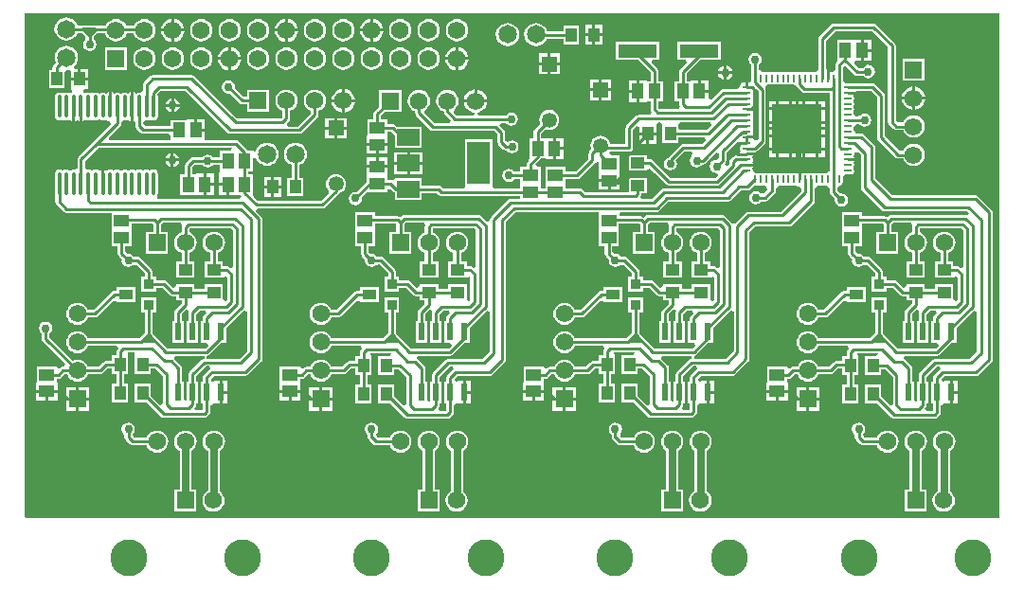
<source format=gtl>
%FSTAX23Y23*%
%MOIN*%
%SFA1B1*%

%IPPOS*%
%ADD10R,0.043310X0.055120*%
%ADD11R,0.055120X0.043310*%
%ADD12R,0.079000X0.059000*%
%ADD13R,0.079000X0.150000*%
%ADD14R,0.040000X0.050000*%
%ADD15R,0.137800X0.047240*%
%ADD16R,0.050000X0.036000*%
%ADD17R,0.036000X0.036000*%
%ADD18R,0.050000X0.040000*%
%ADD19R,0.023620X0.061020*%
%ADD20O,0.013780X0.082680*%
%ADD21R,0.177160X0.177160*%
%ADD22O,0.009840X0.029530*%
%ADD23O,0.029530X0.009840*%
%ADD24C,0.010000*%
%ADD25C,0.025000*%
%ADD26R,0.062000X0.062000*%
%ADD27C,0.062000*%
%ADD28C,0.053150*%
%ADD29R,0.053150X0.053150*%
%ADD30R,0.062000X0.062000*%
%ADD31C,0.129920*%
%ADD32C,0.065000*%
%ADD33C,0.030000*%
%LNboard_pcb-1*%
%LPD*%
G36*
X04432Y01424D02*
X01007Y01423D01*
X01Y0143*
Y03198*
X04432*
Y01424*
G37*
%LNboard_pcb-2*%
%LPC*%
G36*
X01366Y01759D02*
X01357Y01757D01*
X01349Y01752*
X01344Y01745*
X01342Y01736*
X01344Y01727*
X01349Y01719*
X01352Y01717*
Y01707*
X01353Y01702*
X01356Y01698*
X01358Y01696*
X01372Y01682*
X01376Y0168*
X01381Y01679*
X0143*
X01432Y01672*
X01439Y01664*
X01447Y01658*
X01456Y01654*
X01466Y01652*
X01477Y01654*
X01486Y01658*
X01494Y01664*
X01501Y01672*
X01504Y01682*
X01506Y01692*
X01504Y01702*
X01501Y01711*
X01494Y0172*
X01486Y01726*
X01477Y0173*
X01466Y01731*
X01456Y0173*
X01447Y01726*
X01439Y0172*
X01432Y01711*
X0143Y01705*
X01387*
X01384Y01708*
X01382Y01719*
X01387Y01727*
X01389Y01736*
X01387Y01745*
X01382Y01752*
X01375Y01757*
X01366Y01759*
G37*
G36*
X04136Y01731D02*
X04126Y0173D01*
X04117Y01726*
X04109Y0172*
X04102Y01711*
X04098Y01702*
X04097Y01692*
X04098Y01682*
X04102Y01672*
X04109Y01664*
X04115Y01659*
Y01524*
X04097*
Y01446*
X04175*
Y01524*
X04157*
Y01659*
X04164Y01664*
X0417Y01672*
X04174Y01682*
X04176Y01692*
X04174Y01702*
X0417Y01711*
X04164Y0172*
X04156Y01726*
X04146Y0173*
X04136Y01731*
G37*
G36*
X03079Y01759D02*
X0307Y01757D01*
X03063Y01752*
X03058Y01745*
X03056Y01736*
X03058Y01727*
X03063Y01719*
X03066Y01717*
Y01707*
X03067Y01702*
X0307Y01698*
X03072Y01696*
X03086Y01682*
X0309Y0168*
X03095Y01679*
X03143*
X03146Y01672*
X03152Y01664*
X0316Y01658*
X0317Y01654*
X0318Y01652*
X0319Y01654*
X032Y01658*
X03208Y01664*
X03214Y01672*
X03218Y01682*
X03219Y01692*
X03218Y01702*
X03214Y01711*
X03208Y0172*
X032Y01726*
X0319Y0173*
X0318Y01731*
X0317Y0173*
X0316Y01726*
X03152Y0172*
X03146Y01711*
X03143Y01705*
X031*
X03097Y01708*
X03096Y01719*
X03101Y01727*
X03103Y01736*
X03101Y01745*
X03096Y01752*
X03088Y01757*
X03079Y01759*
G37*
G36*
X02222D02*
X02213Y01757D01*
X02205Y01752*
X022Y01745*
X02198Y01736*
X022Y01727*
X02205Y01719*
X02209Y01717*
Y01707*
X0221Y01702*
X02213Y01698*
X02214Y01696*
X02228Y01682*
X0223Y01681*
X02233Y0168*
X02235Y01679*
X02238Y01679*
X02286*
X02289Y01672*
X02295Y01664*
X02303Y01658*
X02313Y01654*
X02323Y01652*
X02333Y01654*
X02342Y01658*
X02351Y01664*
X02357Y01672*
X02361Y01682*
X02362Y01692*
X02361Y01702*
X02357Y01711*
X02351Y0172*
X02342Y01726*
X02333Y0173*
X02323Y01731*
X02313Y0173*
X02303Y01726*
X02295Y0172*
X02289Y01711*
X02286Y01705*
X02243*
X0224Y01708*
X02239Y01719*
X02244Y01727*
X02245Y01736*
X02244Y01745*
X02239Y01752*
X02231Y01757*
X02222Y01759*
G37*
G36*
X0328Y01731D02*
X0327Y0173D01*
X0326Y01726*
X03252Y0172*
X03246Y01711*
X03242Y01702*
X03241Y01692*
X03242Y01682*
X03246Y01672*
X03252Y01664*
X03259Y01659*
Y01524*
X03241*
Y01446*
X03319*
Y01524*
X03301*
Y01659*
X03308Y01664*
X03314Y01672*
X03318Y01682*
X03319Y01692*
X03318Y01702*
X03314Y01711*
X03308Y0172*
X033Y01726*
X0329Y0173*
X0328Y01731*
G37*
G36*
X02279Y02732D02*
X02247D01*
Y02705*
X02279*
Y02732*
G37*
G36*
X02327Y0293D02*
X02249D01*
Y02871*
X02232Y02854*
X02229Y0285*
X02228Y02845*
Y02825*
X02206*
Y02768*
X02204*
Y02742*
X02279*
Y02768*
X02277*
Y02783*
X0229*
X02304Y02769*
Y02725*
X02399*
Y028*
X0231*
X02305Y02805*
X02301Y02808*
X02296Y02809*
X02277*
Y02825*
X02255*
Y02839*
X02268Y02852*
X02327*
Y0293*
G37*
G36*
X02423Y01731D02*
X02413Y0173D01*
X02403Y01726*
X02395Y0172*
X02389Y01711*
X02385Y01702*
X02383Y01692*
X02385Y01682*
X02389Y01672*
X02395Y01664*
X02402Y01659*
Y01524*
X02384*
Y01446*
X02462*
Y01524*
X02444*
Y01659*
X02451Y01664*
X02457Y01672*
X02461Y01682*
X02462Y01692*
X02461Y01702*
X02457Y01711*
X02451Y0172*
X02442Y01726*
X02433Y0173*
X02423Y01731*
G37*
G36*
X02237Y02732D02*
X02204D01*
Y02705*
X02237*
Y02732*
G37*
G36*
X02896Y02719D02*
X0287D01*
Y02686*
X02896*
Y02719*
G37*
G36*
X02346Y02667D02*
X02302D01*
Y02632*
X02346*
Y02667*
G37*
G36*
X02401D02*
X02356D01*
Y02632*
X02401*
Y02667*
G37*
G36*
X01868Y02623D02*
X01843D01*
Y02593*
X01868*
Y02623*
G37*
G36*
X01903D02*
X01878D01*
Y02593*
X01903*
Y02623*
G37*
G36*
X03936Y01759D02*
X03927Y01757D01*
X03919Y01752*
X03914Y01745*
X03912Y01736*
X03914Y01727*
X03919Y01719*
X03922Y01717*
Y01707*
X03923Y01702*
X03926Y01698*
X03928Y01696*
X03942Y01682*
X03946Y0168*
X03951Y01679*
X04*
X04002Y01672*
X04009Y01664*
X04017Y01658*
X04026Y01654*
X04036Y01652*
X04046Y01654*
X04056Y01658*
X04064Y01664*
X0407Y01672*
X04074Y01682*
X04076Y01692*
X04074Y01702*
X0407Y01711*
X04064Y0172*
X04056Y01726*
X04046Y0173*
X04036Y01731*
X04026Y0173*
X04017Y01726*
X04009Y0172*
X04002Y01711*
X04Y01705*
X03957*
X03953Y01708*
X03952Y01719*
X03957Y01727*
X03959Y01736*
X03957Y01745*
X03952Y01752*
X03945Y01757*
X03936Y01759*
G37*
G36*
X02346Y02711D02*
X02302D01*
Y02677*
X02346*
Y02711*
G37*
G36*
X02401D02*
X02356D01*
Y02677*
X02401*
Y02711*
G37*
G36*
X02236Y02692D02*
X02203D01*
Y02665*
X02236*
Y02692*
G37*
G36*
X02278D02*
X02246D01*
Y02665*
X02278*
Y02692*
G37*
G36*
X01516Y02871D02*
X01497D01*
X01498Y02867*
X01503Y02858*
X01511Y02853*
X01516Y02852*
Y02871*
G37*
G36*
X01546D02*
X01526D01*
Y02852*
X01531Y02853*
X01539Y02858*
X01545Y02867*
X01546Y02871*
G37*
G36*
X02117Y02887D02*
X02082D01*
X02082Y02881*
X02086Y02871*
X02093Y02863*
X02102Y02856*
X02112Y02852*
X02117Y02851*
Y02887*
G37*
G36*
X02163D02*
X02127D01*
Y02851*
X02133Y02852*
X02143Y02856*
X02151Y02863*
X02158Y02871*
X02162Y02881*
X02163Y02887*
G37*
G36*
X01718Y02964D02*
X01709Y02962D01*
X01701Y02957*
X01696Y02949*
X01695Y0294*
X01696Y02931*
X01701Y02924*
X01709Y02919*
X01718Y02917*
X01722Y02918*
X01757Y02883*
X01761Y0288*
X01766Y02879*
X01783*
Y02853*
X01861*
Y02931*
X01783*
Y02905*
X01772*
X01741Y02937*
X01741Y0294*
X0174Y02949*
X01735Y02957*
X01727Y02962*
X01718Y02964*
G37*
G36*
X0338Y01731D02*
X0337Y0173D01*
X0336Y01726*
X03352Y0172*
X03346Y01711*
X03342Y01702*
X03341Y01692*
X03342Y01682*
X03346Y01672*
X03352Y01664*
X03359Y01659*
Y01519*
X03359Y01519*
X03351Y01512*
X03344Y01504*
X0334Y01495*
X03339Y01485*
X0334Y01474*
X03344Y01465*
X03351Y01457*
X03359Y0145*
X03368Y01447*
X03378Y01445*
X03389Y01447*
X03398Y0145*
X03406Y01457*
X03413Y01465*
X03416Y01474*
X03418Y01485*
X03416Y01495*
X03413Y01504*
X03406Y01512*
X03401Y01516*
Y01659*
X03408Y01664*
X03414Y01672*
X03418Y01682*
X03419Y01692*
X03418Y01702*
X03414Y01711*
X03408Y0172*
X034Y01726*
X0339Y0173*
X0338Y01731*
G37*
G36*
X02523D02*
X02513Y0173D01*
X02503Y01726*
X02495Y0172*
X02489Y01711*
X02485Y01702*
X02483Y01692*
X02485Y01682*
X02489Y01672*
X02495Y01664*
X02502Y01659*
Y01519*
X02501Y01519*
X02493Y01512*
X02487Y01504*
X02483Y01495*
X02482Y01485*
X02483Y01474*
X02487Y01465*
X02493Y01457*
X02501Y0145*
X02511Y01447*
X02521Y01445*
X02531Y01447*
X02541Y0145*
X02549Y01457*
X02555Y01465*
X02559Y01474*
X0256Y01485*
X02559Y01495*
X02555Y01504*
X02549Y01512*
X02544Y01516*
Y01659*
X02551Y01664*
X02557Y01672*
X02561Y01682*
X02562Y01692*
X02561Y01702*
X02557Y01711*
X02551Y0172*
X02542Y01726*
X02533Y0173*
X02523Y01731*
G37*
G36*
X04124Y02896D02*
X04089D01*
X04089Y02891*
X04094Y02881*
X041Y02872*
X04109Y02866*
X04119Y02862*
X04124Y02861*
Y02896*
G37*
G36*
X0417D02*
X04134D01*
Y02861*
X0414Y02862*
X0415Y02866*
X04159Y02872*
X04165Y02881*
X04169Y02891*
X0417Y02896*
G37*
G36*
X02488Y02931D02*
X02478Y02929D01*
X02468Y02925*
X0246Y02919*
X02454Y02911*
X0245Y02901*
X02449Y02891*
X0245Y02881*
X02454Y02872*
X0246Y02863*
X02468Y02857*
X02475Y02855*
X02476Y0285*
X02479Y02845*
X02502Y02822*
X02498Y02812*
X02443*
X02408Y02847*
X02408Y0285*
X0241Y02859*
X02416Y02863*
X02422Y02872*
X02426Y02881*
X02427Y02891*
X02426Y02901*
X02422Y02911*
X02416Y02919*
X02408Y02925*
X02398Y02929*
X02388Y02931*
X02378Y02929*
X02368Y02925*
X0236Y02919*
X02354Y02911*
X0235Y02901*
X02349Y02891*
X0235Y02881*
X02354Y02872*
X0236Y02863*
X02368Y02857*
X02375Y02855*
Y02848*
X02376Y02843*
X02379Y02839*
X02428Y02789*
X02432Y02786*
X02437Y02785*
X02653*
X02665Y02773*
Y02745*
X02666Y0274*
X02669Y02735*
X02684Y0272*
X02688Y02718*
X02693Y02717*
X02697*
X02699Y02713*
X02707Y02708*
X02716Y02706*
X02725Y02708*
X02733Y02713*
X02738Y02721*
X02739Y0273*
X02738Y02739*
X02733Y02746*
X02725Y02751*
X02716Y02753*
X02707Y02751*
X02701Y02747*
X02694Y0275*
X02692Y02752*
Y02778*
X02691Y02783*
X02688Y02788*
X02672Y02804*
X02676Y02814*
X02694*
X02697Y02811*
X02704Y02806*
X02713Y02804*
X02722Y02806*
X0273Y02811*
X02735Y02818*
X02737Y02827*
X02735Y02836*
X0273Y02844*
X02722Y02849*
X02713Y02851*
X02704Y02849*
X02697Y02844*
X02694Y02841*
X026*
X02593Y02847*
X02593Y02851*
X02599Y02851*
X02602Y02853*
X02609Y02855*
X02617Y02862*
X02624Y02871*
X02628Y02881*
X02629Y02886*
X02547*
X02548Y02881*
X02552Y02871*
X02559Y02862*
X02567Y02855*
X02574Y02853*
X02577Y02851*
X02583Y02851*
X02583Y02847*
X02576Y02841*
X02521*
X02512Y02849*
X02514Y02862*
X02516Y02863*
X02522Y02872*
X02526Y02881*
X02527Y02891*
X02526Y02901*
X02522Y02911*
X02516Y02919*
X02508Y02925*
X02498Y02929*
X02488Y02931*
G37*
G36*
X04236Y01731D02*
X04226Y0173D01*
X04217Y01726*
X04209Y0172*
X04202Y01711*
X04198Y01702*
X04197Y01692*
X04198Y01682*
X04202Y01672*
X04209Y01664*
X04215Y01659*
Y01519*
X04215Y01519*
X04207Y01512*
X04201Y01504*
X04197Y01495*
X04195Y01485*
X04197Y01474*
X04201Y01465*
X04207Y01457*
X04215Y0145*
X04225Y01447*
X04235Y01445*
X04245Y01447*
X04254Y0145*
X04263Y01457*
X04269Y01465*
X04273Y01474*
X04274Y01485*
X04273Y01495*
X04269Y01504*
X04263Y01512*
X04257Y01516*
Y01659*
X04264Y01664*
X0427Y01672*
X04274Y01682*
X04276Y01692*
X04274Y01702*
X0427Y01711*
X04264Y0172*
X04256Y01726*
X04246Y0173*
X04236Y01731*
G37*
G36*
X02091Y0279D02*
X02059D01*
Y02758*
X02091*
Y0279*
G37*
G36*
X02896Y02761D02*
X0287D01*
Y02729*
X02896*
Y02761*
G37*
G36*
X01566Y01731D02*
X01556Y0173D01*
X01547Y01726*
X01539Y0172*
X01532Y01711*
X01528Y01702*
X01527Y01692*
X01528Y01682*
X01532Y01672*
X01539Y01664*
X01546Y01659*
Y01524*
X01527*
Y01446*
X01605*
Y01524*
X01587*
Y01659*
X01594Y01664*
X01601Y01672*
X01604Y01682*
X01606Y01692*
X01604Y01702*
X01601Y01711*
X01594Y0172*
X01586Y01726*
X01577Y0173*
X01566Y01731*
G37*
G36*
X02133Y0279D02*
X02101D01*
Y02758*
X02133*
Y0279*
G37*
G36*
X02091Y02831D02*
X02059D01*
Y028*
X02091*
Y02831*
G37*
G36*
X02133D02*
X02101D01*
Y028*
X02133*
Y02831*
G37*
G36*
X03989Y03163D02*
X03848D01*
X03843Y03162*
X03839Y03159*
X03798Y03119*
X03795Y03115*
X03794Y0311*
Y03003*
X03791Y02999*
X03783Y02993*
X03778Y02993*
X03773Y02993*
X03768Y02994*
X03763Y02993*
X03758Y02993*
X03754Y02993*
X03749Y02994*
X03743Y02993*
X03739Y02993*
X03734Y02993*
X03729Y02994*
X03724Y02993*
X03719Y02993*
X03714Y02993*
X03709Y02994*
X03704Y02993*
X03699Y02993*
X03695Y02993*
X03689Y02994*
X03684Y02993*
X0368Y02993*
X03675Y02993*
X0367Y02994*
X03665Y02993*
X0366Y02993*
X03655Y02993*
X0365Y02994*
X03645Y02993*
X0364Y02993*
X03635Y02993*
X0363Y02994*
X03625Y02993*
X03621Y02993*
X03616Y02993*
X03611Y02994*
X03606Y02993*
X03601Y02993*
X03596Y02993*
X03588Y02999*
X03585Y03003*
Y03018*
X03588Y0302*
X03593Y03028*
X03595Y03037*
X03593Y03046*
X03588Y03053*
X0358Y03059*
X03571Y0306*
X03562Y03059*
X03555Y03053*
X0355Y03046*
X03548Y03037*
X0355Y03028*
X03555Y0302*
X03558Y03018*
Y02971*
Y02964*
X03551Y02956*
X03546*
Y0294*
X03536*
Y02956*
X03531*
X03525Y02955*
X0352Y02951*
X03517Y02946*
X03516Y0294*
X03507Y02934*
X03461*
X03456Y02933*
X03451Y0293*
X03417Y02896*
X03407Y029*
Y0292*
X03375*
Y02925*
X0337*
Y02962*
X03344*
Y0296*
X0333*
Y02987*
X03377Y03035*
X03452*
Y03098*
X03298*
Y03035*
X03327*
X03331Y03026*
X03307Y03002*
X03304Y02998*
X03303Y02993*
Y0296*
X03287*
Y02889*
X03303*
Y02881*
X03304Y02876*
X03306Y02874*
X03303Y02864*
X03234*
X0323Y02867*
Y02889*
X03247*
Y0296*
X0323*
Y02997*
X03229Y03002*
X03226Y03006*
X03207Y03026*
X0321Y03035*
X03235*
Y03098*
X03082*
Y03035*
X0316*
X03204Y02991*
Y0296*
X0319*
Y02962*
X03163*
Y02925*
Y02887*
X0319*
Y02889*
X03204*
Y02862*
X03205Y02857*
X03208Y02852*
X03208Y02852*
X03204Y02842*
X03162*
X03157Y02841*
X03153Y02839*
X03119Y02805*
X03116Y02801*
X03115Y02796*
Y02739*
X03061*
X03061Y02743*
X03057Y02751*
X03052Y02758*
X03045Y02764*
X03036Y02767*
X03027Y02769*
X03018Y02767*
X0301Y02764*
X03002Y02758*
X02997Y02751*
X02993Y02743*
X02992Y02734*
X02993Y02725*
X02995Y02721*
X02989Y02715*
X02986Y0271*
X02985Y02705*
Y02687*
X0294Y02642*
X02904*
Y02658*
X02833*
Y02599*
Y02583*
X02816*
Y02599*
Y02658*
X02803*
X02799Y02668*
X02815Y02684*
X02818Y02688*
Y02688*
X02833*
Y02686*
X0286*
Y02724*
Y02761*
X02833*
Y02759*
X02819*
Y02777*
X02834Y02792*
X02838Y02791*
X02847Y02789*
X02856Y02791*
X02864Y02794*
X02872Y028*
X02877Y02807*
X02881Y02815*
X02882Y02824*
X02881Y02833*
X02877Y02842*
X02872Y02849*
X02864Y02855*
X02856Y02858*
X02847Y02859*
X02838Y02858*
X0283Y02855*
X02822Y02849*
X02817Y02842*
X02813Y02833*
X02812Y02824*
X02813Y02815*
X02815Y02811*
X02796Y02792*
X02793Y02788*
X02792Y02783*
Y02759*
X02776*
Y02688*
X02773Y02679*
X02771Y02677*
X02768Y02673*
X02767Y02668*
Y02658*
X02744*
Y02642*
X02724*
X02722Y02645*
X02714Y0265*
X02705Y02652*
X02696Y0265*
X02689Y02645*
X02684Y02637*
X02682Y02628*
X02684Y02619*
X02689Y02612*
X02696Y02607*
X02705Y02605*
X02714Y02607*
X02722Y02612*
X02724Y02615*
X02744*
Y02599*
Y02583*
X02654*
X02647Y02589*
Y02593*
Y02755*
X02552*
Y02593*
Y02589*
X02544Y02583*
X02473*
X02466Y0259*
X02462Y02593*
X02457Y02594*
X02399*
Y02618*
X02304*
Y02616*
X02294Y02612*
X02292Y02613*
X02287Y02614*
X02276*
Y02628*
X02278*
Y02655*
X02203*
Y02628*
X02205*
Y02607*
X02169Y0257*
X02165Y02571*
X02156Y02569*
X02148Y02564*
X02143Y02557*
X02141Y02548*
X02143Y02539*
X02148Y02531*
X02156Y02526*
X02165Y02524*
X02174Y02526*
X02181Y02531*
X02187Y02539*
X02188Y02548*
X02188Y02552*
X02207Y02571*
X02276*
Y02579*
X02286Y02583*
X02298Y02571*
X02302Y02569*
X02304Y02568*
Y02543*
X02399*
Y02567*
X02451*
X02459Y0256*
X02463Y02557*
X02468Y02556*
X02744*
Y02546*
X02711*
X02706Y02545*
X02702Y02542*
X02643Y02482*
X0264Y02478*
X02639Y02473*
Y02469*
X02629Y02464*
X02608Y02485*
X02604Y02488*
X02599Y02489*
X02337*
X02332Y02488*
X02327Y02485*
X02323Y02481*
X02322Y02481*
X0232Y02483*
X02318Y02484*
X02315Y02485*
X02313Y02485*
X02234*
Y025*
X02163*
Y0244*
Y02381*
X02185*
Y02354*
X02186Y02349*
X02189Y02344*
X02199Y02334*
X02198Y0233*
X022Y02321*
X02205Y02314*
X02213Y02309*
X02222Y02307*
X02231Y02309*
X02239Y02314*
X02239Y02314*
X0225Y02315*
X0228Y02285*
Y02273*
X02267*
Y02221*
X02319*
Y02234*
X02343*
X02369Y02207*
X02373Y02205*
X02378Y02204*
X0239*
Y02189*
X02409*
Y02177*
X02388Y02156*
X02385Y02152*
X02384Y02147*
Y02117*
X02378*
Y0204*
X02418*
Y02117*
X02411*
Y02141*
X02427Y02158*
X02435Y02152*
X02434Y02147*
Y02117*
X02428*
Y0204*
X02468*
Y02117*
X02461*
Y02141*
X02473Y02154*
X02493*
X02496Y02144*
X02488Y02136*
X02485Y02132*
X02484Y02127*
Y02117*
X02478*
Y0204*
X02499*
X02503Y0203*
X02493Y02021*
X0236*
X02306Y02074*
Y02146*
X02319*
Y02198*
X02267*
Y02146*
X0228*
Y02074*
X02262Y02056*
X0208*
X02077Y02061*
X02071Y0207*
X02063Y02076*
X02053Y0208*
X02043Y02081*
X02033Y0208*
X02024Y02076*
X02015Y0207*
X02009Y02061*
X02005Y02052*
X02004Y02042*
X02005Y02032*
X02009Y02022*
X02015Y02014*
X02024Y02008*
X02033Y02004*
X02043Y02002*
X02053Y02004*
X02063Y02008*
X02071Y02014*
X02077Y02022*
X0208Y0203*
X02183*
X02187Y0202*
X02184Y02016*
X02182Y02014*
X02181Y02012*
X0218Y0201*
X0218Y02007*
Y01993*
X02165*
Y01975*
X02143*
X02138Y01974*
X02134Y01971*
X02118Y01955*
X0208*
X02077Y01961*
X02071Y0197*
X02063Y01976*
X02053Y0198*
X02043Y01981*
X02033Y0198*
X02024Y01976*
X02015Y0197*
X02009Y01961*
X02006Y01955*
X01991*
X01986Y01954*
X01982Y01951*
X0198Y0195*
X0197Y01954*
Y01956*
X01899*
Y01899*
X01897*
Y01873*
X01972*
Y01899*
X0197*
Y01913*
X01976*
X01981Y01914*
X01985Y01917*
X01997Y01929*
X02006*
X02009Y01922*
X02015Y01914*
X02024Y01908*
X02033Y01904*
X02043Y01902*
X02053Y01904*
X02063Y01908*
X02071Y01914*
X02077Y01922*
X0208Y01929*
X02123*
X02128Y0193*
X02133Y01932*
X02149Y01949*
X02165*
Y01927*
X0218*
Y01893*
X02165*
Y01827*
X02221*
Y01893*
X02206*
Y01927*
X02221*
Y01993*
X02217Y02003*
X02218Y02004*
X0229*
X02291Y02003*
X02286Y01993*
X02245*
Y01927*
X02301*
Y01947*
X02316*
X02343Y0192*
Y01823*
X02335Y01819*
X02333Y01819*
X02301Y0185*
Y01893*
X02245*
Y01827*
X02287*
X02337Y01777*
X0234Y01775*
X02341Y01774*
X02346Y01773*
X02489*
X02494Y01774*
X02499Y01777*
X02507Y01786*
X0251Y0179*
X02511Y01795*
Y01819*
X02512Y0182*
X02521Y01826*
X02526Y01825*
X02526*
X02527*
X02543*
Y01866*
Y01906*
X02527*
X02526*
X02526*
X02518Y01904*
X02515Y01914*
X02523Y01922*
X02636*
X02641Y01923*
X02645Y01926*
X0269Y01971*
X02693Y01975*
X02694Y0198*
Y02466*
X02728Y02501*
X03011*
X0302Y025*
Y02491*
Y0244*
Y02381*
X03042*
Y02354*
X03043Y02349*
X03046Y02344*
X03057Y02334*
X03056Y0233*
X03058Y02321*
X03063Y02314*
X0307Y02309*
X03079Y02307*
X03088Y02309*
X03096Y02314*
X03096Y02314*
X03107Y02315*
X03137Y02285*
Y02273*
X03124*
Y02221*
X03176*
Y02234*
X032*
X03226Y02207*
X0323Y02205*
X03235Y02204*
X03247*
Y02189*
X03267*
Y02177*
X03246Y02156*
X03243Y02152*
X03242Y02147*
Y02117*
X03235*
Y0204*
X03275*
Y02117*
X03268*
Y02141*
X03285Y02158*
X03293Y02152*
X03292Y02147*
Y02117*
X03285*
Y0204*
X03325*
Y02117*
X03318*
Y02141*
X03331Y02154*
X0335*
X03354Y02144*
X03346Y02136*
X03343Y02132*
X03342Y02127*
Y02117*
X03335*
Y0204*
X03356*
X0336Y0203*
X0335Y02021*
X03217*
X03164Y02074*
Y02146*
X03176*
Y02198*
X03124*
Y02146*
X03137*
Y02074*
X03119Y02056*
X02937*
X02935Y02061*
X02928Y0207*
X0292Y02076*
X02911Y0208*
X029Y02081*
X0289Y0208*
X02881Y02076*
X02873Y0207*
X02866Y02061*
X02862Y02052*
X02861Y02042*
X02862Y02032*
X02866Y02022*
X02873Y02014*
X02881Y02008*
X0289Y02004*
X029Y02002*
X02911Y02004*
X0292Y02008*
X02928Y02014*
X02935Y02022*
X02938Y0203*
X03038*
X03042Y0202*
X03041Y02018*
X03038Y02014*
X03037Y02009*
Y01995*
X03022*
Y01975*
X03*
X02995Y01974*
X02991Y01971*
X02975Y01955*
X02937*
X02935Y01961*
X02928Y0197*
X0292Y01976*
X02911Y0198*
X029Y01981*
X0289Y0198*
X02881Y01976*
X02873Y0197*
X02866Y01961*
X02864Y01955*
X02848*
X02843Y01954*
X02839Y01951*
X02837Y0195*
X02827Y01954*
Y01956*
X02756*
Y01899*
X02754*
Y01873*
X02829*
Y01899*
X02827*
Y01913*
X02833*
X02838Y01914*
X02843Y01917*
X02854Y01929*
X02864*
X02866Y01922*
X02873Y01914*
X02881Y01908*
X0289Y01904*
X029Y01902*
X02911Y01904*
X0292Y01908*
X02928Y01914*
X02935Y01922*
X02937Y01929*
X0298*
X02986Y0193*
X0299Y01932*
X03006Y01949*
X03022*
Y01929*
X03037*
Y01895*
X03022*
Y01829*
X03078*
Y01895*
X03064*
Y01929*
X03078*
Y01995*
X03075Y02005*
X03075Y02006*
X03148*
X03148Y02005*
X03143Y01995*
X03102*
Y01929*
X03158*
Y01949*
X03173*
X032Y01922*
Y01825*
X03193Y01821*
X0319Y01821*
X03158Y01852*
Y01895*
X03102*
Y01829*
X03145*
X03194Y01779*
X03198Y01776*
X03204Y01775*
X03347*
X03352Y01776*
X03356Y01779*
X03364Y01788*
X03367Y01792*
X03368Y01797*
Y01819*
X03369Y0182*
X03378Y01826*
X03383Y01825*
X03383*
X03384*
X034*
Y01866*
Y01906*
X03384*
X03383*
X03383*
X03374Y01904*
X03373*
X03373*
X0337Y01914*
X0338Y01924*
X03493*
X03498Y01925*
X03502Y01928*
X03547Y01973*
X0355Y01977*
X03551Y01982*
Y02429*
X03572Y0245*
X03692*
X03697Y02451*
X03702Y02454*
X03778Y0253*
X0378Y02534*
X03781Y02539*
Y02583*
X03785Y02587*
X03793Y02593*
X03798Y02593*
X03803Y02593*
X03808Y02592*
X03813Y02593*
X03817Y02593*
X03822Y02593*
X03831Y02587*
X03834Y02583*
Y02571*
X03835Y02566*
X03838Y02562*
X03852Y02547*
X03851Y02542*
X03853Y02533*
X03858Y02525*
X03866Y0252*
X03875Y02518*
X03883Y0252*
X03891Y02525*
X03896Y02533*
X03898Y02542*
X03896Y02551*
X03891Y02558*
X03883Y02563*
X03875Y02565*
X03872Y02565*
X0386Y02577*
Y02583*
X03867Y02592*
X03872Y02593*
X03876Y02596*
X03879Y026*
X0388Y02605*
Y02624*
X03881Y02626*
X03886Y02631*
X03888Y02632*
X03907*
X03912Y02633*
X03913Y02634*
X03916Y02636*
X03919Y0264*
X03919Y02641*
X03919Y02641*
X0392Y02642*
X0392Y02645*
X03919Y0265*
X03919Y02651*
X03919Y02655*
X03919Y02659*
X03919Y0266*
X0392Y02665*
X0392Y02668*
X03919Y02669*
X03921Y02679*
X03921Y02679*
X03921Y0268*
X03897*
Y0269*
X03921*
X03921Y0269*
X03921Y02691*
X03919Y027*
X0392Y02701*
X0392Y02704*
X0392Y02707*
X0392Y0271*
X03921Y02711*
X03934Y02711*
X03944Y02702*
Y02585*
X03945Y0258*
X03948Y02576*
X04017Y02507*
X04021Y02504*
X04026Y02503*
X04317*
X04324Y02495*
X04318Y02488*
X04317Y02488*
X04312Y02489*
X0405*
X04045Y02488*
X04041Y02485*
X04036Y02481*
X04036Y02481*
X04031Y02484*
X04026Y02485*
X03947*
Y025*
X03876*
Y0244*
Y02381*
X03899*
Y02354*
X039Y02349*
X03903Y02344*
X03913Y02334*
X03912Y0233*
X03914Y02321*
X03919Y02314*
X03927Y02309*
X03936Y02307*
X03945Y02309*
X03952Y02314*
X03953Y02314*
X03963Y02315*
X03994Y02285*
Y02273*
X03981*
Y02221*
X04033*
Y02234*
X04056*
X04082Y02207*
X04087Y02205*
X04092Y02204*
X04103*
Y02189*
X04123*
Y02177*
X04102Y02156*
X04099Y02152*
X04098Y02147*
Y02117*
X04092*
Y0204*
X04131*
Y02117*
X04125*
Y02141*
X04141Y02158*
X04149Y02152*
X04148Y02147*
Y02117*
X04142*
Y0204*
X04181*
Y02117*
X04175*
Y02141*
X04187Y02154*
X04206*
X0421Y02144*
X04202Y02136*
X04199Y02132*
X04198Y02127*
Y02117*
X04192*
Y0204*
X04212*
X04216Y0203*
X04206Y02021*
X04074*
X0402Y02074*
Y02146*
X04033*
Y02198*
X03981*
Y02146*
X03994*
Y02074*
X03975Y02056*
X03793*
X03791Y02061*
X03785Y0207*
X03776Y02076*
X03767Y0208*
X03757Y02081*
X03747Y0208*
X03737Y02076*
X03729Y0207*
X03723Y02061*
X03719Y02052*
X03717Y02042*
X03719Y02032*
X03723Y02022*
X03729Y02014*
X03737Y02008*
X03747Y02004*
X03757Y02002*
X03767Y02004*
X03776Y02008*
X03785Y02014*
X03791Y02022*
X03794Y0203*
X03896*
X039Y0202*
X03897Y02016*
X03894Y02012*
X03893Y02007*
Y01993*
X03879*
Y01975*
X03857*
X03852Y01974*
X03847Y01971*
X03831Y01955*
X03794*
X03791Y01961*
X03785Y0197*
X03776Y01976*
X03767Y0198*
X03757Y01981*
X03747Y0198*
X03737Y01976*
X03729Y0197*
X03723Y01961*
X0372Y01955*
X03705*
X03702Y01955*
X037Y01954*
X03697Y01953*
X03695Y01951*
X03694Y0195*
X03684Y01954*
Y01956*
X03613*
Y01899*
X03611*
Y01873*
X03686*
Y01899*
X03684*
Y01913*
X03689*
X03692Y01914*
X03695Y01914*
X03697Y01916*
X03699Y01917*
X0371Y01929*
X0372*
X03723Y01922*
X03729Y01914*
X03737Y01908*
X03747Y01904*
X03757Y01902*
X03767Y01904*
X03776Y01908*
X03785Y01914*
X03791Y01922*
X03794Y01929*
X03837*
X03842Y0193*
X03846Y01932*
X03862Y01949*
X03879*
Y01927*
X03894*
Y01893*
X03879*
Y01827*
X03935*
Y01893*
X0392*
Y01927*
X03935*
Y01993*
X03931Y02003*
X03932Y02004*
X04004*
X04005Y02003*
X03999Y01993*
X03959*
Y01927*
X04015*
Y01947*
X04029*
X04056Y0192*
Y01823*
X04049Y01819*
X04046Y01819*
X04015Y0185*
Y01893*
X03959*
Y01827*
X04001*
X0405Y01777*
X04053Y01775*
X04055Y01774*
X0406Y01773*
X04203*
X04205Y01774*
X04208Y01774*
X0421Y01776*
X04212Y01777*
X04221Y01786*
X04222Y01787*
X04224Y0179*
X04224Y01792*
X04225Y01795*
Y01819*
X04226Y0182*
X04235Y01826*
X0424Y01825*
X0424*
X0424*
X04256*
Y01866*
Y01906*
X0424*
X0424*
X0424*
X04231Y01904*
X04228Y01914*
X04236Y01922*
X04349*
X04354Y01923*
X04359Y01926*
X04404Y01971*
X04406Y01975*
X04407Y0198*
Y02498*
X04406Y02503*
X04404Y02507*
X04355Y02555*
X04351Y02558*
X04346Y02559*
X04053*
X03994Y02618*
Y02728*
X03993Y02733*
X0399Y02737*
X03955Y02773*
X0395Y02776*
X03945Y02777*
X03929*
X03925Y0278*
X03919Y02788*
X03919Y02793*
X03919Y02798*
X03925Y02806*
X03929Y02809*
X03939Y02808*
X0394Y02807*
X03947Y02802*
X03956Y028*
X03965Y02802*
X03973Y02807*
X03978Y02814*
X0398Y02823*
X03978Y02832*
X03973Y0284*
X03965Y02845*
X03956Y02847*
X03947Y02845*
X0394Y0284*
X03938Y02838*
X03928Y02837*
X03925Y02839*
X03919Y02847*
X03919Y02852*
X03919Y02857*
X0392Y02862*
X03919Y02867*
X03919Y02872*
X03919Y02876*
X0392Y02881*
X03919Y02886*
X03919Y02891*
X03919Y02895*
X03919Y02896*
X0392Y02901*
X0392Y02904*
X03919Y02905*
X03921Y02915*
X03921Y02915*
X03922Y02921*
X03931Y02927*
X03978*
X04Y02905*
Y02762*
X04001Y02757*
X04004Y02753*
X04065Y02692*
X04069Y02689*
X04074Y02688*
X04093*
X04095Y02682*
X04102Y02674*
X0411Y02667*
X04119Y02663*
X04129Y02662*
X0414Y02663*
X04149Y02667*
X04157Y02674*
X04163Y02682*
X04167Y02691*
X04169Y02701*
X04167Y02712*
X04163Y02721*
X04157Y02729*
X04149Y02736*
X0414Y02739*
X04129Y02741*
X04119Y02739*
X0411Y02736*
X04102Y02729*
X04095Y02721*
X04093Y02715*
X0408*
X04027Y02768*
Y02911*
X04026Y02916*
X04023Y0292*
X03993Y0295*
X03989Y02953*
X03984Y02954*
X03897*
X03897Y02954*
X03887*
X0388Y02962*
Y02971*
Y0301*
X03887Y03017*
X0392Y02984*
X03925Y02981*
X0393Y0298*
X03951*
X03953Y02978*
X03961Y02972*
X03969Y02971*
X03978Y02972*
X03986Y02978*
X03991Y02985*
X03993Y02994*
X03991Y03003*
X03986Y03011*
X03978Y03016*
X03969Y03018*
X03961Y03016*
X03953Y03011*
X0395Y03007*
X03935*
X0392Y03022*
X03924Y03032*
X03943*
Y03069*
Y03107*
X03917*
Y03105*
X0386*
Y03034*
X03857Y03025*
X03854Y03021*
X03853Y03016*
Y03003*
X03847Y02994*
X03842Y02993*
X03839Y02991*
X03838Y02992*
X03833Y02995*
X03827Y02996*
X03821Y03005*
Y03104*
X03853Y03137*
X03983*
X04039Y03081*
Y02816*
X0404Y02811*
X04043Y02807*
X04058Y02792*
X04063Y02789*
X04068Y02788*
X04093*
X04095Y02782*
X04102Y02774*
X0411Y02767*
X04119Y02763*
X04129Y02762*
X0414Y02763*
X04149Y02767*
X04157Y02774*
X04163Y02782*
X04167Y02791*
X04169Y02801*
X04167Y02812*
X04163Y02821*
X04157Y02829*
X04149Y02836*
X0414Y02839*
X04129Y02841*
X04119Y02839*
X0411Y02836*
X04102Y02829*
X04095Y02821*
X04093Y02815*
X04073*
X04066Y02822*
Y03086*
X04065Y03091*
X04062Y03095*
X03998Y03159*
X03994Y03162*
X03989Y03163*
G37*
G36*
X01635Y02826D02*
X01609D01*
Y02794*
X01635*
Y02826*
G37*
G36*
X02787Y01863D02*
X02754D01*
Y01836*
X02787*
Y01863*
G37*
G36*
X02829D02*
X02797D01*
Y01836*
X02829*
Y01863*
G37*
G36*
X0193D02*
X01897D01*
Y01836*
X0193*
Y01863*
G37*
G36*
X01972D02*
X0194D01*
Y01836*
X01972*
Y01863*
G37*
G36*
X03643D02*
X03611D01*
Y01836*
X03643*
Y01863*
G37*
G36*
X01228Y01883D02*
X01192D01*
Y01847*
X01228*
Y01883*
G37*
G36*
X02038D02*
X02002D01*
Y01847*
X02038*
Y01883*
G37*
G36*
X03686Y01863D02*
X03653D01*
Y01836*
X03686*
Y01863*
G37*
G36*
X01182Y01883D02*
X01146D01*
Y01847*
X01182*
Y01883*
G37*
G36*
X01116Y01863D02*
X01083D01*
Y01836*
X01116*
Y01863*
G37*
G36*
X03752Y01837D02*
X03716D01*
Y01801*
X03752*
Y01837*
G37*
G36*
X03798D02*
X03762D01*
Y01801*
X03798*
Y01837*
G37*
G36*
X02895D02*
X02859D01*
Y01801*
X02895*
Y01837*
G37*
G36*
X02941D02*
X02905D01*
Y01801*
X02941*
Y01837*
G37*
G36*
X01713Y01861D02*
X01696D01*
Y01825*
X01713*
Y01861*
G37*
G36*
X04283D02*
X04266D01*
Y01825*
X04283*
Y01861*
G37*
G36*
X01073Y01863D02*
X01041D01*
Y01836*
X01073*
Y01863*
G37*
G36*
X0257Y01861D02*
X02553D01*
Y01825*
X0257*
Y01861*
G37*
G36*
X03427D02*
X0341D01*
Y01825*
X03427*
Y01861*
G37*
G36*
X02084Y01883D02*
X02048D01*
Y01847*
X02084*
Y01883*
G37*
G36*
X01868Y02583D02*
X01843D01*
Y02553*
X01868*
Y02583*
G37*
G36*
X01903D02*
X01878D01*
Y02553*
X01903*
Y02583*
G37*
G36*
X03103Y02236D02*
X03037D01*
Y02223*
X0303*
X03025Y02222*
X0302Y02219*
X02956Y02155*
X02937*
X02935Y02161*
X02928Y0217*
X0292Y02176*
X02911Y0218*
X029Y02181*
X0289Y0218*
X02881Y02176*
X02873Y0217*
X02866Y02161*
X02862Y02152*
X02861Y02142*
X02862Y02132*
X02866Y02122*
X02873Y02114*
X02881Y02108*
X0289Y02104*
X029Y02102*
X02911Y02104*
X0292Y02108*
X02928Y02114*
X02935Y02122*
X02937Y02129*
X02962*
X02967Y0213*
X02971Y02132*
X03027Y02189*
X03037Y02185*
Y02184*
X03103*
Y02236*
G37*
G36*
X0396D02*
X03894D01*
Y02223*
X03886*
X03881Y02222*
X03877Y02219*
X03812Y02155*
X03794*
X03791Y02161*
X03785Y0217*
X03776Y02176*
X03767Y0218*
X03757Y02181*
X03747Y0218*
X03737Y02176*
X03729Y0217*
X03723Y02161*
X03719Y02152*
X03717Y02142*
X03719Y02132*
X03723Y02122*
X03729Y02114*
X03737Y02108*
X03747Y02104*
X03757Y02102*
X03767Y02104*
X03776Y02108*
X03785Y02114*
X03791Y02122*
X03794Y02129*
X03818*
X03823Y0213*
X03827Y02132*
X03884Y02189*
X03894Y02185*
Y02184*
X0396*
Y02236*
G37*
G36*
X01954Y02744D02*
X01943Y02743D01*
X01933Y02739*
X01925Y02732*
X01918Y02724*
X01914Y02714*
X01913Y02703*
X01914Y02693*
X01918Y02683*
X01925Y02674*
X01933Y02668*
X0194Y02665*
Y02621*
X01925*
Y02555*
X01981*
Y02621*
X01967*
Y02665*
X01974Y02668*
X01983Y02674*
X01989Y02683*
X01993Y02693*
X01995Y02703*
X01993Y02714*
X01989Y02724*
X01983Y02732*
X01974Y02739*
X01964Y02743*
X01954Y02744*
G37*
G36*
X01228Y01837D02*
X01192D01*
Y01801*
X01228*
Y01837*
G37*
G36*
X01182D02*
X01146D01*
Y01801*
X01182*
Y01837*
G37*
G36*
X02084D02*
X02048D01*
Y01801*
X02084*
Y01837*
G37*
G36*
X02038D02*
X02002D01*
Y01801*
X02038*
Y01837*
G37*
G36*
X02246Y02236D02*
X0218D01*
Y02223*
X02172*
X02167Y02222*
X02163Y02219*
X02099Y02155*
X0208*
X02077Y02161*
X02071Y0217*
X02063Y02176*
X02053Y0218*
X02043Y02181*
X02033Y0218*
X02024Y02176*
X02015Y0217*
X02009Y02161*
X02005Y02152*
X02004Y02142*
X02005Y02132*
X02009Y02122*
X02015Y02114*
X02024Y02108*
X02033Y02104*
X02043Y02102*
X02053Y02104*
X02063Y02108*
X02071Y02114*
X02077Y02122*
X0208Y02129*
X02104*
X02109Y0213*
X02114Y02132*
X0217Y02189*
X0218Y02185*
Y02184*
X02246*
Y02236*
G37*
G36*
X03752Y01883D02*
X03716D01*
Y01847*
X03752*
Y01883*
G37*
G36*
X03798D02*
X03762D01*
Y01847*
X03798*
Y01883*
G37*
G36*
X02895D02*
X02859D01*
Y01847*
X02895*
Y01883*
G37*
G36*
X02941D02*
X02905D01*
Y01847*
X02941*
Y01883*
G37*
G36*
X01696Y01906D02*
Y01871D01*
X01713*
Y01906*
X01696*
G37*
G36*
X04266D02*
Y01871D01*
X04283*
Y01906*
X04266*
G37*
G36*
X0139Y02236D02*
X01324D01*
Y02223*
X01316*
X01311Y02222*
X01307Y02219*
X01243Y02155*
X01224*
X01221Y02161*
X01215Y0217*
X01207Y02176*
X01197Y0218*
X01187Y02181*
X01177Y0218*
X01167Y02176*
X01159Y0217*
X01153Y02161*
X01149Y02152*
X01148Y02142*
X01149Y02132*
X01153Y02122*
X01159Y02114*
X01167Y02108*
X01177Y02104*
X01187Y02102*
X01197Y02104*
X01207Y02108*
X01215Y02114*
X01221Y02122*
X01224Y02129*
X01248*
X01253Y0213*
X01257Y02132*
X01314Y02189*
X01324Y02185*
Y02184*
X0139*
Y02236*
G37*
G36*
X02553Y01906D02*
Y01871D01*
X0257*
Y01906*
X02553*
G37*
G36*
X0341D02*
Y01871D01*
X03427*
Y01906*
X0341*
G37*
G36*
X01666Y01731D02*
X01656Y0173D01*
X01647Y01726*
X01639Y0172*
X01632Y01711*
X01628Y01702*
X01627Y01692*
X01628Y01682*
X01632Y01672*
X01639Y01664*
X01646Y01659*
Y01519*
X01645Y01519*
X01637Y01512*
X01631Y01504*
X01627Y01495*
X01626Y01485*
X01627Y01474*
X01631Y01465*
X01637Y01457*
X01645Y0145*
X01655Y01447*
X01665Y01445*
X01675Y01447*
X01685Y0145*
X01693Y01457*
X01699Y01465*
X01703Y01474*
X01704Y01485*
X01703Y01495*
X01699Y01504*
X01693Y01512*
X01687Y01516*
Y01659*
X01694Y01664*
X01701Y01672*
X01704Y01682*
X01706Y01692*
X01704Y01702*
X01701Y01711*
X01694Y0172*
X01686Y01726*
X01677Y0173*
X01666Y01731*
G37*
G36*
X0398Y03107D02*
X03953D01*
Y03074*
X0398*
Y03107*
G37*
G36*
X027Y03165D02*
X0269Y03164D01*
X0268Y0316*
X02671Y03153*
X02665Y03145*
X02661Y03135*
X02659Y03125*
X02661Y03114*
X02665Y03104*
X02671Y03096*
X0268Y03089*
X0269Y03085*
X027Y03084*
X02711Y03085*
X02721Y03089*
X02729Y03096*
X02736Y03104*
X0274Y03114*
X02741Y03125*
X0274Y03135*
X02736Y03145*
X02729Y03153*
X02721Y0316*
X02711Y03164*
X027Y03165*
G37*
G36*
X02527Y03081D02*
Y03045D01*
X02563*
X02562Y03051*
X02558Y03061*
X02552Y03069*
X02543Y03076*
X02533Y0308*
X02527Y03081*
G37*
G36*
X01727D02*
Y03045D01*
X01763*
X01762Y03051*
X01758Y03061*
X01752Y03069*
X01743Y03076*
X01733Y0308*
X01727Y03081*
G37*
G36*
X02517D02*
X02512Y0308D01*
X02502Y03076*
X02493Y03069*
X02487Y03061*
X02482Y03051*
X02482Y03045*
X02517*
Y03081*
G37*
G36*
X01517Y03135D02*
X01482D01*
X01482Y03129*
X01487Y03119*
X01493Y03111*
X01502Y03104*
X01512Y031*
X01517Y03099*
Y03135*
G37*
G36*
X01563D02*
X01527D01*
Y03099*
X01533Y031*
X01543Y03104*
X01552Y03111*
X01558Y03119*
X01562Y03129*
X01563Y03135*
G37*
G36*
X028Y03165D02*
X0279Y03164D01*
X0278Y0316*
X02771Y03153*
X02765Y03145*
X02761Y03135*
X02759Y03125*
X02761Y03114*
X02765Y03104*
X02771Y03096*
X0278Y03089*
X0279Y03085*
X028Y03084*
X02811Y03085*
X02821Y03089*
X02829Y03096*
X02836Y03104*
X02838Y0311*
X02896*
Y03091*
X02952*
Y03157*
X02896*
Y03137*
X02839*
X02836Y03145*
X02829Y03153*
X02821Y0316*
X02811Y03164*
X028Y03165*
G37*
G36*
X02999Y03119D02*
X02974D01*
Y03089*
X02999*
Y03119*
G37*
G36*
X03034D02*
X03009D01*
Y03089*
X03034*
Y03119*
G37*
G36*
X02322Y03079D02*
X02312Y03078D01*
X02303Y03074*
X02295Y03068*
X02288Y0306*
X02284Y0305*
X02283Y0304*
X02284Y0303*
X02288Y0302*
X02295Y03012*
X02303Y03006*
X02312Y03002*
X02322Y03001*
X02333Y03002*
X02342Y03006*
X0235Y03012*
X02356Y0302*
X0236Y0303*
X02362Y0304*
X0236Y0305*
X02356Y0306*
X0235Y03068*
X02342Y03074*
X02333Y03078*
X02322Y03079*
G37*
G36*
X02422D02*
X02412Y03078D01*
X02403Y03074*
X02395Y03068*
X02388Y0306*
X02384Y0305*
X02383Y0304*
X02384Y0303*
X02388Y0302*
X02395Y03012*
X02403Y03006*
X02412Y03002*
X02422Y03001*
X02433Y03002*
X02442Y03006*
X0245Y03012*
X02456Y0302*
X0246Y0303*
X02462Y0304*
X0246Y0305*
X02456Y0306*
X0245Y03068*
X02442Y03074*
X02433Y03078*
X02422Y03079*
G37*
G36*
X02222D02*
X02212Y03078D01*
X02203Y03074*
X02195Y03068*
X02188Y0306*
X02184Y0305*
X02183Y0304*
X02184Y0303*
X02188Y0302*
X02195Y03012*
X02203Y03006*
X02212Y03002*
X02222Y03001*
X02233Y03002*
X02242Y03006*
X0225Y03012*
X02256Y0302*
X0226Y0303*
X02262Y0304*
X0226Y0305*
X02256Y0306*
X0225Y03068*
X02242Y03074*
X02233Y03078*
X02222Y03079*
G37*
G36*
X02022D02*
X02012Y03078D01*
X02003Y03074*
X01995Y03068*
X01988Y0306*
X01984Y0305*
X01983Y0304*
X01984Y0303*
X01988Y0302*
X01995Y03012*
X02003Y03006*
X02012Y03002*
X02022Y03001*
X02033Y03002*
X02042Y03006*
X0205Y03012*
X02056Y0302*
X0206Y0303*
X02062Y0304*
X0206Y0305*
X02056Y0306*
X0205Y03068*
X02042Y03074*
X02033Y03078*
X02022Y03079*
G37*
G36*
X02122D02*
X02112Y03078D01*
X02103Y03074*
X02095Y03068*
X02088Y0306*
X02084Y0305*
X02083Y0304*
X02084Y0303*
X02088Y0302*
X02095Y03012*
X02103Y03006*
X02112Y03002*
X02122Y03001*
X02133Y03002*
X02142Y03006*
X0215Y03012*
X02156Y0302*
X0216Y0303*
X02162Y0304*
X0216Y0305*
X02156Y0306*
X0215Y03068*
X02142Y03074*
X02133Y03078*
X02122Y03079*
G37*
G36*
X0398Y03064D02*
X03953D01*
Y03032*
X0398*
Y03064*
G37*
G36*
X01717Y03081D02*
X01712Y0308D01*
X01702Y03076*
X01693Y03069*
X01687Y03061*
X01682Y03051*
X01682Y03045*
X01717*
Y03081*
G37*
G36*
X02884Y03058D02*
X02852D01*
Y03026*
X02884*
Y03058*
G37*
G36*
X01361Y03079D02*
X01283D01*
Y03001*
X01361*
Y03079*
G37*
G36*
X02842Y03058D02*
X0281D01*
Y03026*
X02842*
Y03058*
G37*
G36*
X01917Y03135D02*
X01882D01*
X01882Y03129*
X01887Y03119*
X01893Y03111*
X01902Y03104*
X01912Y031*
X01917Y03099*
Y03135*
G37*
G36*
X03034Y03159D02*
X03009D01*
Y03129*
X03034*
Y03159*
G37*
G36*
X01517Y03181D02*
X01512Y0318D01*
X01502Y03176*
X01493Y03169*
X01487Y03161*
X01482Y03151*
X01482Y03145*
X01517*
Y03181*
G37*
G36*
X02999Y03159D02*
X02974D01*
Y03129*
X02999*
Y03159*
G37*
G36*
X02422Y03179D02*
X02412Y03178D01*
X02403Y03174*
X02395Y03168*
X02388Y0316*
X02384Y0315*
X02383Y0314*
X02384Y0313*
X02388Y0312*
X02395Y03112*
X02403Y03106*
X02412Y03102*
X02422Y03101*
X02433Y03102*
X02442Y03106*
X0245Y03112*
X02456Y0312*
X0246Y0313*
X02462Y0314*
X0246Y0315*
X02456Y0316*
X0245Y03168*
X02442Y03174*
X02433Y03178*
X02422Y03179*
G37*
G36*
X02522D02*
X02512Y03178D01*
X02503Y03174*
X02495Y03168*
X02488Y0316*
X02484Y0315*
X02483Y0314*
X02484Y0313*
X02488Y0312*
X02495Y03112*
X02503Y03106*
X02512Y03102*
X02522Y03101*
X02533Y03102*
X02542Y03106*
X0255Y03112*
X02556Y0312*
X0256Y0313*
X02562Y0314*
X0256Y0315*
X02556Y0316*
X0255Y03168*
X02542Y03174*
X02533Y03178*
X02522Y03179*
G37*
G36*
X02217Y03181D02*
X02212Y0318D01*
X02202Y03176*
X02193Y03169*
X02187Y03161*
X02182Y03151*
X02182Y03145*
X02217*
Y03181*
G37*
G36*
X02227D02*
Y03145D01*
X02263*
X02262Y03151*
X02258Y03161*
X02252Y03169*
X02243Y03176*
X02233Y0318*
X02227Y03181*
G37*
G36*
X01927D02*
Y03145D01*
X01963*
X01962Y03151*
X01958Y03161*
X01952Y03169*
X01943Y03176*
X01933Y0318*
X01927Y03181*
G37*
G36*
X01527D02*
Y03145D01*
X01563*
X01562Y03151*
X01558Y03161*
X01552Y03169*
X01543Y03176*
X01533Y0318*
X01527Y03181*
G37*
G36*
X01917D02*
X01912Y0318D01*
X01902Y03176*
X01893Y03169*
X01887Y03161*
X01882Y03151*
X01882Y03145*
X01917*
Y03181*
G37*
G36*
X01148Y03185D02*
X01138Y03184D01*
X01128Y0318*
X01119Y03173*
X01113Y03165*
X01109Y03155*
X01108Y03153*
X01107Y03152*
X01104Y03148*
X01103Y03143*
X01104Y03138*
X01107Y03133*
X01109Y03132*
X01113Y03124*
X01119Y03115*
X01128Y03109*
X01138Y03105*
X01148Y03103*
X01159Y03105*
X01169Y03109*
X01177Y03115*
X01184Y03124*
X01186Y0313*
X01203*
X01215Y03118*
X01214Y03107*
X01209Y03099*
X01207Y0309*
X01209Y03081*
X01214Y03073*
X01222Y03068*
X01231Y03067*
X0124Y03068*
X01247Y03073*
X01252Y03081*
X01254Y0309*
X01252Y03099*
X01247Y03107*
X01245Y03108*
X01244Y03118*
X01256Y0313*
X01284*
X01288Y0312*
X01295Y03112*
X01303Y03106*
X01312Y03102*
X01322Y03101*
X01333Y03102*
X01342Y03106*
X0135Y03112*
X01356Y0312*
X0136Y0313*
X01384*
X01388Y0312*
X01395Y03112*
X01403Y03106*
X01412Y03102*
X01422Y03101*
X01433Y03102*
X01442Y03106*
X0145Y03112*
X01456Y0312*
X0146Y0313*
X01462Y0314*
X0146Y0315*
X01456Y0316*
X0145Y03168*
X01442Y03174*
X01433Y03178*
X01422Y03179*
X01412Y03178*
X01403Y03174*
X01395Y03168*
X01388Y0316*
X01387Y03156*
X01358*
X01356Y0316*
X0135Y03168*
X01342Y03174*
X01333Y03178*
X01322Y03179*
X01312Y03178*
X01303Y03174*
X01295Y03168*
X01288Y0316*
X01287Y03156*
X0125*
X01247Y03156*
X0121*
X01208Y03156*
X01187*
X01184Y03165*
X01177Y03173*
X01169Y0318*
X01159Y03184*
X01148Y03185*
G37*
G36*
X01622Y03179D02*
X01612Y03178D01*
X01603Y03174*
X01595Y03168*
X01588Y0316*
X01584Y0315*
X01583Y0314*
X01584Y0313*
X01588Y0312*
X01595Y03112*
X01603Y03106*
X01612Y03102*
X01622Y03101*
X01633Y03102*
X01642Y03106*
X0165Y03112*
X01656Y0312*
X0166Y0313*
X01662Y0314*
X0166Y0315*
X01656Y0316*
X0165Y03168*
X01642Y03174*
X01633Y03178*
X01622Y03179*
G37*
G36*
X02263Y03135D02*
X02227D01*
Y03099*
X02233Y031*
X02243Y03104*
X02252Y03111*
X02258Y03119*
X02262Y03129*
X02263Y03135*
G37*
G36*
X01963D02*
X01927D01*
Y03099*
X01933Y031*
X01943Y03104*
X01952Y03111*
X01958Y03119*
X01962Y03129*
X01963Y03135*
G37*
G36*
X02217D02*
X02182D01*
X02182Y03129*
X02187Y03119*
X02193Y03111*
X02202Y03104*
X02212Y031*
X02217Y03099*
Y03135*
G37*
G36*
X02122Y03179D02*
X02112Y03178D01*
X02103Y03174*
X02095Y03168*
X02088Y0316*
X02084Y0315*
X02083Y0314*
X02084Y0313*
X02088Y0312*
X02095Y03112*
X02103Y03106*
X02112Y03102*
X02122Y03101*
X02133Y03102*
X02142Y03106*
X0215Y03112*
X02156Y0312*
X0216Y0313*
X02162Y0314*
X0216Y0315*
X02156Y0316*
X0215Y03168*
X02142Y03174*
X02133Y03178*
X02122Y03179*
G37*
G36*
X02322D02*
X02312Y03178D01*
X02303Y03174*
X02295Y03168*
X02288Y0316*
X02284Y0315*
X02283Y0314*
X02284Y0313*
X02288Y0312*
X02295Y03112*
X02303Y03106*
X02312Y03102*
X02322Y03101*
X02333Y03102*
X02342Y03106*
X0235Y03112*
X02356Y0312*
X0236Y0313*
X02362Y0314*
X0236Y0315*
X02356Y0316*
X0235Y03168*
X02342Y03174*
X02333Y03178*
X02322Y03179*
G37*
G36*
X02022D02*
X02012Y03178D01*
X02003Y03174*
X01995Y03168*
X01988Y0316*
X01984Y0315*
X01983Y0314*
X01984Y0313*
X01988Y0312*
X01995Y03112*
X02003Y03106*
X02012Y03102*
X02022Y03101*
X02033Y03102*
X02042Y03106*
X0205Y03112*
X02056Y0312*
X0206Y0313*
X02062Y0314*
X0206Y0315*
X02056Y0316*
X0205Y03168*
X02042Y03174*
X02033Y03178*
X02022Y03179*
G37*
G36*
X01722D02*
X01712Y03178D01*
X01703Y03174*
X01695Y03168*
X01688Y0316*
X01684Y0315*
X01683Y0314*
X01684Y0313*
X01688Y0312*
X01695Y03112*
X01703Y03106*
X01712Y03102*
X01722Y03101*
X01733Y03102*
X01742Y03106*
X0175Y03112*
X01756Y0312*
X0176Y0313*
X01762Y0314*
X0176Y0315*
X01756Y0316*
X0175Y03168*
X01742Y03174*
X01733Y03178*
X01722Y03179*
G37*
G36*
X01822D02*
X01812Y03178D01*
X01803Y03174*
X01795Y03168*
X01788Y0316*
X01784Y0315*
X01783Y0314*
X01784Y0313*
X01788Y0312*
X01795Y03112*
X01803Y03106*
X01812Y03102*
X01822Y03101*
X01833Y03102*
X01842Y03106*
X0185Y03112*
X01856Y0312*
X0186Y0313*
X01862Y0314*
X0186Y0315*
X01856Y0316*
X0185Y03168*
X01842Y03174*
X01833Y03178*
X01822Y03179*
G37*
G36*
X03064Y02967D02*
X03032D01*
Y02936*
X03064*
Y02967*
G37*
G36*
X04168Y0304D02*
X0409D01*
Y02962*
X04168*
Y0304*
G37*
G36*
X03022Y02967D02*
X0299D01*
Y02936*
X03022*
Y02967*
G37*
G36*
X03153Y02962D02*
X03126D01*
Y0293*
X03153*
Y02962*
G37*
G36*
X03407D02*
X0338D01*
Y0293*
X03407*
Y02962*
G37*
G36*
X03461Y02986D02*
X03442D01*
X03442Y02981*
X03448Y02973*
X03456Y02967*
X03461Y02966*
Y02986*
G37*
G36*
X02842Y03016D02*
X0281D01*
Y02985*
X02842*
Y03016*
G37*
G36*
X02884D02*
X02852D01*
Y02985*
X02884*
Y03016*
G37*
G36*
X01224Y03003D02*
X01199D01*
Y02973*
X01224*
Y03003*
G37*
G36*
X03491Y02986D02*
X03471D01*
Y02966*
X03476Y02967*
X03484Y02973*
X0349Y02981*
X03491Y02986*
G37*
G36*
X01148Y03085D02*
X01138Y03084D01*
X01128Y0308*
X01119Y03073*
X01113Y03065*
X01109Y03055*
X01107Y03044*
X01109Y03034*
X01112Y03026*
X01103Y03018*
X011Y03014*
X01099Y03009*
Y03001*
X01086*
Y02935*
X01142*
Y02994*
X01146Y03*
X01156Y03002*
X01164Y02995*
Y02973*
X01189*
Y03003*
X01177*
X01174Y03013*
X01177Y03015*
X01184Y03024*
X01188Y03034*
X01189Y03044*
X01188Y03055*
X01184Y03065*
X01177Y03073*
X01169Y0308*
X01159Y03084*
X01148Y03085*
G37*
G36*
X01589Y02982D02*
X01451D01*
X01446Y02981*
X01442Y02978*
X0142Y02957*
X01417Y02952*
X01416Y02947*
Y02928*
X01415Y02926*
X01406Y02921*
X01404Y02921*
X01398Y0292*
X01393Y02917*
X01393Y02917*
X01385Y02922*
X01383Y02922*
Y02872*
Y02819*
X0139Y02815*
X01391Y02813*
Y02804*
X01392Y02799*
X01395Y02794*
X01409Y0278*
X01414Y02777*
X01419Y02776*
X01508*
X01515Y02769*
Y02753*
X01505Y02753*
X01299*
X01296Y02762*
X01337Y02803*
X0134Y02807*
X01341Y02812*
Y02815*
X01342Y02817*
X01351Y02822*
X01353Y02822*
X01359Y02823*
X01364Y02826*
X01372Y02821*
X01373Y02821*
Y02872*
Y02922*
X01372Y02922*
X01364Y02917*
X01359Y0292*
X01353Y02921*
X01347Y0292*
X01342Y02917*
X01338*
X01333Y0292*
X01327Y02921*
X01321Y0292*
X01317Y02917*
X01316Y02917*
X01308Y02922*
X01307Y02922*
Y02872*
X01297*
Y02922*
X01295Y02922*
X01287Y02917*
X01282Y0292*
X01276Y02921*
X0127Y0292*
X01265Y02917*
X01263*
X01258Y02919*
X01256Y0292*
X01255Y0292*
X0125Y02921*
X01245Y0292*
X01238Y02919*
X01231Y0292*
X01225Y02921*
X01221Y0292*
X01219Y0292*
X01219Y0292*
X01212Y02918*
X01208Y02921*
X01207Y02924*
X01206Y02927*
X01211Y02933*
X01224*
Y02963*
X01164*
Y02933*
X01167Y02927*
X01166Y02924*
X01165Y02921*
X01161Y02918*
X01154Y0292*
X01154Y0292*
X01152Y0292*
X01148Y02921*
X01142Y0292*
X01135Y02919*
X01128Y0292*
X01123Y02921*
X01118Y0292*
X01117Y0292*
X01112Y02917*
X01111Y02915*
X01109Y02912*
X01107Y02906*
Y02837*
X01109Y02831*
X01111Y02828*
X01112Y02826*
X01117Y02823*
X01118Y02823*
X01123Y02822*
X01128Y02823*
X01135Y02824*
X01142Y02823*
X01148Y02822*
X01152Y02823*
X01154Y02823*
X01154Y02823*
X01161Y02825*
X01167Y02821*
X01169Y02821*
Y02872*
X01179*
Y02821*
X0118Y02821*
X01187Y02822*
X01193Y02821*
X01194Y02821*
Y02872*
X01204*
Y02821*
X01206Y02821*
X01212Y02825*
X01219Y02823*
X01219Y02823*
X01221Y02823*
X01225Y02822*
X01231Y02823*
X01238Y02824*
X01245Y02823*
X0125Y02822*
X01255Y02823*
X01256Y02823*
X01258Y02824*
X01263Y02826*
X01265*
X0127Y02823*
X01276Y02822*
X01282Y02823*
X01287Y02826*
X01295Y02821*
X01301Y02818*
X01303Y02807*
X01245Y02749*
X0119Y02694*
X01187Y0269*
X01186Y02685*
Y02656*
X01184Y02654*
X01176Y02649*
X01174Y0265*
X01168Y02648*
X01163Y02645*
X01161*
X01156Y02647*
X01154Y02648*
X01152Y02649*
X01148Y0265*
X01142Y02648*
X01135Y02647*
X01128Y02648*
X01123Y0265*
X01118Y02649*
X01117Y02648*
X01112Y02645*
X01111Y02643*
X01109Y0264*
X01107Y02634*
Y02565*
X01109Y0256*
X01109Y02558*
Y02536*
X0111Y02531*
X01113Y02527*
X01139Y02501*
X01143Y02498*
X01148Y02497*
X01306*
Y0244*
Y02381*
X01329*
Y02354*
X0133Y02349*
X01333Y02344*
X01343Y02334*
X01342Y0233*
X01344Y02321*
X01349Y02314*
X01357Y02309*
X01366Y02307*
X01375Y02309*
X01382Y02314*
X01383Y02314*
X01394Y02315*
X01424Y02285*
Y02273*
X01411*
Y02221*
X01463*
Y02234*
X01486*
X01513Y02207*
X01517Y02205*
X01522Y02204*
X01533*
Y02189*
X01553*
Y02177*
X01532Y02156*
X01529Y02152*
X01528Y02147*
Y02117*
X01522*
Y0204*
X01561*
Y02117*
X01555*
Y02141*
X01571Y02158*
X01579Y02152*
X01578Y02147*
Y02117*
X01572*
Y0204*
X01611*
Y02117*
X01605*
Y02141*
X01617Y02154*
X01636*
X0164Y02144*
X01632Y02136*
X01629Y02132*
X01628Y02127*
Y02117*
X01622*
Y0204*
X01642*
X01646Y0203*
X01637Y02021*
X01504*
X0145Y02074*
Y02146*
X01463*
Y02198*
X01411*
Y02146*
X01424*
Y02074*
X01405Y02056*
X01223*
X01221Y02061*
X01215Y0207*
X01207Y02076*
X01197Y0208*
X01187Y02081*
X01177Y0208*
X01167Y02076*
X01159Y0207*
X01153Y02061*
X01149Y02052*
X01148Y02042*
X01149Y02032*
X01153Y02022*
X01159Y02014*
X01167Y02008*
X01177Y02004*
X01187Y02002*
X01197Y02004*
X01207Y02008*
X01215Y02014*
X01221Y02022*
X01224Y0203*
X01325*
X0133Y0202*
X01327Y02017*
X01325Y02013*
X01324Y02008*
Y01995*
X01309*
Y01975*
X01287*
X01282Y01974*
X01278Y01971*
X01261Y01955*
X01224*
X01221Y01961*
X01215Y0197*
X01207Y01976*
X01197Y0198*
X01187Y01981*
X01177Y0198*
X0117Y01977*
X01088Y0206*
Y02072*
X01091Y02074*
X01096Y02082*
X01098Y02091*
X01096Y021*
X01091Y02108*
X01083Y02113*
X01074Y02114*
X01065Y02113*
X01058Y02108*
X01053Y021*
X01051Y02091*
X01053Y02082*
X01058Y02074*
X01061Y02072*
Y02054*
X01062Y02049*
X01065Y02045*
X01145Y01965*
X01141Y01955*
X01135*
X01132Y01955*
X0113Y01954*
X01127Y01953*
X01125Y01951*
X01124Y0195*
X01114Y01954*
Y01956*
X01043*
Y01899*
X01041*
Y01873*
X01116*
Y01899*
X01114*
Y01913*
X0112*
X01122Y01914*
X01125Y01914*
X01127Y01916*
X01129Y01917*
X0114Y01929*
X0115*
X01153Y01922*
X01159Y01914*
X01167Y01908*
X01177Y01904*
X01187Y01902*
X01197Y01904*
X01207Y01908*
X01215Y01914*
X01221Y01922*
X01224Y01929*
X01267*
X01272Y0193*
X01276Y01932*
X01292Y01949*
X01309*
Y01929*
X01324*
Y01895*
X01309*
Y01829*
X01365*
Y01895*
X0135*
Y01929*
X01365*
Y01995*
X01365Y02005*
X01388*
X01389Y01995*
Y01929*
X01445*
Y01949*
X0146*
X01486Y01922*
Y01825*
X01479Y01821*
X01477Y01821*
X01445Y01852*
Y01895*
X01389*
Y01829*
X01431*
X01481Y01779*
X01485Y01776*
X0149Y01775*
X01633*
X01638Y01776*
X01642Y01779*
X01651Y01788*
X01654Y01792*
X01655Y01797*
Y01819*
X01656Y0182*
X01665Y01826*
X0167Y01825*
X0167*
X0167*
X01686*
Y01866*
Y01906*
X0167*
X0167*
X0167*
X0166Y01904*
X0166*
X01659*
X01657Y01914*
X01666Y01924*
X01779*
X01785Y01925*
X01789Y01928*
X01834Y01973*
X01837Y01977*
X01838Y01982*
Y02475*
X01837Y0248*
X01834Y02484*
X01815Y02502*
X01815Y02502*
X0182Y02512*
X02049*
X02054Y02513*
X02058Y02516*
X02105Y02563*
X02107Y02565*
X02113Y02568*
X02121Y02573*
X02126Y0258*
X0213Y02589*
X02131Y02598*
X0213Y02607*
X02126Y02615*
X02121Y02623*
X02113Y02628*
X02105Y02632*
X02096Y02633*
X02087Y02632*
X02079Y02628*
X02071Y02623*
X02066Y02615*
X02062Y02607*
X02061Y02598*
X02062Y02589*
X02066Y0258*
X02071Y02573*
X02072Y02567*
X02043Y02538*
X01822*
X01808Y02552*
X01805Y02561*
Y02633*
X01788*
Y02644*
X01805*
Y02691*
X01814Y02693*
X01818Y02683*
X01825Y02674*
X01833Y02668*
X01843Y02664*
X01854Y02662*
X01864Y02664*
X01874Y02668*
X01883Y02674*
X01889Y02683*
X01893Y02693*
X01895Y02703*
X01893Y02714*
X01889Y02724*
X01883Y02732*
X01874Y02739*
X01864Y02743*
X01854Y02744*
X01843Y02743*
X01833Y02739*
X01825Y02732*
X01818Y02724*
X01814Y02714*
X01805Y02715*
X01787*
X01784Y02719*
X01754Y02749*
X0175Y02752*
X01745Y02753*
X01635*
Y02784*
X01604*
Y02789*
X01599*
Y02826*
X01572*
Y02824*
X01515*
Y02802*
X01426*
X01419Y0281*
X0142Y02818*
X01426Y02822*
X01429Y02822*
X0143Y02822*
X01435Y02823*
X01442Y02824*
X01449Y02823*
X01455Y02822*
X01459Y02823*
X01461Y02823*
X01466Y02826*
X01467Y02828*
X01469Y02831*
X0147Y02837*
Y02906*
X01469Y02912*
X01468Y02913*
Y02915*
X01478Y02925*
X01567*
X01714Y02779*
X01718Y02776*
X01723Y02775*
X01968*
X01973Y02776*
X01977Y02779*
X02032Y02833*
X02034Y02837*
X02035Y02842*
Y02855*
X02042Y02858*
X0205Y02864*
X02056Y02872*
X0206Y02882*
X02062Y02892*
X0206Y02902*
X02056Y02912*
X0205Y0292*
X02042Y02926*
X02032Y0293*
X02022Y02931*
X02012Y0293*
X02003Y02926*
X01994Y0292*
X01988Y02912*
X01984Y02902*
X01983Y02892*
X01984Y02882*
X01988Y02872*
X01994Y02864*
X02003Y02858*
X02006Y02856*
X02007Y02846*
X01963Y02801*
X01927*
X01923Y02811*
X01932Y02819*
X01934Y02824*
X01935Y02829*
Y02855*
X01942Y02858*
X0195Y02864*
X01956Y02872*
X0196Y02882*
X01962Y02892*
X0196Y02902*
X01956Y02912*
X0195Y0292*
X01942Y02926*
X01932Y0293*
X01922Y02931*
X01912Y0293*
X01903Y02926*
X01894Y0292*
X01888Y02912*
X01884Y02902*
X01883Y02892*
X01884Y02882*
X01888Y02872*
X01894Y02864*
X01903Y02858*
X01909Y02855*
Y02834*
X01903Y02829*
X01748*
X01598Y02978*
X01594Y02981*
X01589Y02982*
G37*
G36*
X03022Y02926D02*
X0299D01*
Y02894*
X03022*
Y02926*
G37*
G36*
X03064D02*
X03032D01*
Y02894*
X03064*
Y02926*
G37*
G36*
X03153Y0292D02*
X03126D01*
Y02887*
X03153*
Y0292*
G37*
G36*
X01516Y02901D02*
X01511Y029D01*
X01503Y02894*
X01498Y02886*
X01497Y02881*
X01516*
Y02901*
G37*
G36*
X01526D02*
Y02881D01*
X01546*
X01545Y02886*
X01539Y02894*
X01531Y029*
X01526Y02901*
G37*
G36*
X02583Y02932D02*
X02577Y02931D01*
X02567Y02927*
X02559Y0292*
X02552Y02912*
X02548Y02902*
X02547Y02896*
X02583*
Y02932*
G37*
G36*
X04124Y02942D02*
X04119Y02941D01*
X04109Y02937*
X041Y02931*
X04094Y02922*
X04089Y02912*
X04089Y02906*
X04124*
Y02942*
G37*
G36*
X04134D02*
Y02906D01*
X0417*
X04169Y02912*
X04165Y02922*
X04159Y02931*
X0415Y02937*
X0414Y02941*
X04134Y02942*
G37*
G36*
X02127Y02933D02*
Y02897D01*
X02163*
X02162Y02903*
X02158Y02913*
X02151Y02921*
X02143Y02928*
X02133Y02932*
X02127Y02933*
G37*
G36*
X02593Y02932D02*
Y02896D01*
X02629*
X02628Y02902*
X02624Y02912*
X02617Y0292*
X02609Y02927*
X02599Y02931*
X02593Y02932*
G37*
G36*
X02117Y02933D02*
X02112Y02932D01*
X02102Y02928*
X02093Y02921*
X02086Y02913*
X02082Y02903*
X02082Y02897*
X02117*
Y02933*
G37*
G36*
X01622Y03079D02*
X01612Y03078D01*
X01603Y03074*
X01595Y03068*
X01588Y0306*
X01584Y0305*
X01583Y0304*
X01584Y0303*
X01588Y0302*
X01595Y03012*
X01603Y03006*
X01612Y03002*
X01622Y03001*
X01633Y03002*
X01642Y03006*
X0165Y03012*
X01656Y0302*
X0166Y0303*
X01662Y0304*
X0166Y0305*
X01656Y0306*
X0165Y03068*
X01642Y03074*
X01633Y03078*
X01622Y03079*
G37*
G36*
X01522D02*
X01512Y03078D01*
X01503Y03074*
X01495Y03068*
X01488Y0306*
X01484Y0305*
X01483Y0304*
X01484Y0303*
X01488Y0302*
X01495Y03012*
X01503Y03006*
X01512Y03002*
X01522Y03001*
X01533Y03002*
X01542Y03006*
X0155Y03012*
X01556Y0302*
X0156Y0303*
X01562Y0304*
X0156Y0305*
X01556Y0306*
X0155Y03068*
X01542Y03074*
X01533Y03078*
X01522Y03079*
G37*
G36*
X03471Y03015D02*
Y02996D01*
X03491*
X0349Y03*
X03484Y03009*
X03476Y03014*
X03471Y03015*
G37*
G36*
X01717Y03035D02*
X01682D01*
X01682Y03029*
X01687Y03019*
X01693Y03011*
X01702Y03004*
X01712Y03*
X01717Y02999*
Y03035*
G37*
G36*
X01763D02*
X01727D01*
Y02999*
X01733Y03*
X01743Y03004*
X01752Y03011*
X01758Y03019*
X01762Y03029*
X01763Y03035*
G37*
G36*
X02517D02*
X02482D01*
X02482Y03029*
X02487Y03019*
X02493Y03011*
X02502Y03004*
X02512Y03*
X02517Y02999*
Y03035*
G37*
G36*
X01422Y03079D02*
X01412Y03078D01*
X01403Y03074*
X01395Y03068*
X01388Y0306*
X01384Y0305*
X01383Y0304*
X01384Y0303*
X01388Y0302*
X01395Y03012*
X01403Y03006*
X01412Y03002*
X01422Y03001*
X01433Y03002*
X01442Y03006*
X0145Y03012*
X01456Y0302*
X0146Y0303*
X01462Y0304*
X0146Y0305*
X01456Y0306*
X0145Y03068*
X01442Y03074*
X01433Y03078*
X01422Y03079*
G37*
G36*
X02563Y03035D02*
X02527D01*
Y02999*
X02533Y03*
X02543Y03004*
X02552Y03011*
X02558Y03019*
X02562Y03029*
X02563Y03035*
G37*
G36*
X01822Y03079D02*
X01812Y03078D01*
X01803Y03074*
X01795Y03068*
X01788Y0306*
X01784Y0305*
X01783Y0304*
X01784Y0303*
X01788Y0302*
X01795Y03012*
X01803Y03006*
X01812Y03002*
X01822Y03001*
X01833Y03002*
X01842Y03006*
X0185Y03012*
X01856Y0302*
X0186Y0303*
X01862Y0304*
X0186Y0305*
X01856Y0306*
X0185Y03068*
X01842Y03074*
X01833Y03078*
X01822Y03079*
G37*
G36*
X01922D02*
X01912Y03078D01*
X01903Y03074*
X01895Y03068*
X01888Y0306*
X01884Y0305*
X01883Y0304*
X01884Y0303*
X01888Y0302*
X01895Y03012*
X01903Y03006*
X01912Y03002*
X01922Y03001*
X01933Y03002*
X01942Y03006*
X0195Y03012*
X01956Y0302*
X0196Y0303*
X01962Y0304*
X0196Y0305*
X01956Y0306*
X0195Y03068*
X01942Y03074*
X01933Y03078*
X01922Y03079*
G37*
G36*
X03461Y03015D02*
X03456Y03014D01*
X03448Y03009*
X03442Y03*
X03442Y02996*
X03461*
Y03015*
G37*
%LNboard_pcb-3*%
%LPD*%
G36*
X01228Y03123D02*
X01227Y03124D01*
X01203Y03148*
X01252*
X01228Y03123*
G37*
G36*
X01634Y01984D02*
X01632Y01984D01*
X01629Y01983*
X01625Y0198*
X01582Y01938*
X0158Y01935*
X01579Y01933*
X01579Y01931*
X01578Y01928*
Y01904*
X01572*
Y01838*
X01566Y01835*
X01561Y01838*
Y01904*
X01555*
Y01951*
X01554Y01956*
X01551Y0196*
X01527Y01984*
X01527Y01985*
X0153Y01994*
X01634*
X01634Y01984*
G37*
G36*
X04223Y01946D02*
X04221Y01945D01*
X04202Y01925*
X04199Y01921*
X04198Y01916*
Y01904*
X04192*
Y01827*
X04198*
Y018*
X04197Y018*
X04173*
X04169Y01809*
X04171Y0181*
X04174Y01815*
X04175Y0182*
Y01827*
X04181*
Y01904*
X04175*
Y01921*
X0421Y01956*
X0422*
X04223Y01946*
G37*
G36*
X02507Y01956D02*
X0251Y01947D01*
X0251Y01946*
X02508Y01945*
X02488Y01925*
X02487Y01923*
X02485Y01921*
X02485Y01918*
X02484Y01916*
Y01904*
X02478*
Y01827*
X02484*
Y018*
X02484Y018*
X0246*
X02456Y01809*
X02457Y0181*
X0246Y01815*
X02461Y0182*
Y01827*
X02468*
Y01904*
X02461*
Y01921*
X02496Y01956*
X02507*
X02507*
G37*
G36*
X03364Y01958D02*
X03367Y01948D01*
X03367Y01948*
X03365Y01946*
X03346Y01927*
X03344Y01925*
X03343Y01923*
X03342Y01921*
X03342Y01918*
Y01904*
X03335*
Y01827*
X03342*
Y01802*
X03341Y01802*
X03317*
X03313Y01811*
X03314Y01812*
X03317Y01817*
X03318Y01822*
Y01827*
X03325*
Y01904*
X03318*
Y01923*
X03353Y01958*
X03364*
G37*
G36*
X03704Y02593D02*
X03704Y02593D01*
X03709Y02592*
X03712Y02592*
X03714Y02593*
X03723Y02591*
X03723Y02591*
X03729Y0259*
X03735Y02581*
Y02574*
X03662Y02501*
X03546*
X03541Y025*
X03536Y02497*
X03501Y02461*
X03497Y02461*
X0349Y02461*
X03489Y02462*
X03465Y02485*
X03461Y02488*
X03456Y02489*
X03194*
X03189Y02488*
X03185Y02485*
X0318Y02481*
X03179Y02481*
X03175Y02484*
X0317Y02485*
X03099*
X03095Y0249*
X03099Y02501*
X03101Y02501*
X03226*
X03231Y02502*
X03235Y02505*
X03268Y02537*
X03477*
X03482Y02538*
X03486Y02541*
X0352Y02575*
X03545*
X0355Y02576*
X03555Y02579*
X03567Y02592*
X0357Y02592*
X03571Y02592*
X03576Y02593*
X03581Y02593*
X03586Y02593*
X03591Y02592*
X03596Y02593*
X03601Y02593*
X03606Y02593*
X03612Y02589*
X03614Y02578*
X03601Y02565*
X03591Y02566*
X0359Y02567*
X03582Y02572*
X03573Y02574*
X03564Y02572*
X03557Y02567*
X03552Y0256*
X0355Y02551*
X03552Y02542*
X03557Y02534*
X03564Y02529*
X03573Y02527*
X03582Y02529*
X0359Y02534*
X03592Y02537*
X03606*
X03611Y02538*
X03615Y02541*
X0364Y02566*
X03643Y0257*
X03644Y02575*
Y02583*
X03647Y02587*
X03655Y02593*
X0366Y02593*
X03665Y02593*
X0367Y02592*
X03675Y02593*
X0368Y02593*
X03684Y02593*
X03689Y02592*
X03695Y02593*
X03699Y02593*
X03704Y02593*
G37*
G36*
X03509Y02745D02*
X03516Y02741D01*
X03517Y02738*
X0352Y02733*
X03521Y02731*
X03519Y02729*
X03518Y02724*
X03519Y02719*
X03521Y02716*
X0352Y02715*
X03517Y0271*
X03516Y02704*
X03507Y02698*
X03503*
X03498Y02697*
X03494Y02694*
X03485Y02685*
X03482Y02681*
X03481Y02676*
Y02669*
X03475Y02663*
X03464Y02666*
X03463Y0267*
X03467Y02673*
X03469Y02678*
X0347Y02683*
Y02709*
X03506Y02745*
X03509Y02745*
G37*
G36*
X03348Y01984D02*
X03346Y01984D01*
X03343Y01983*
X03338Y0198*
X03296Y01938*
X03294Y01935*
X03293Y01933*
X03292Y01931*
X03292Y01928*
Y01904*
X03285*
Y01837*
X0328Y01834*
X03275Y01838*
Y01904*
X03268*
Y01952*
X03268Y01954*
X03267Y01957*
X03266Y01959*
X03264Y01961*
X03241Y01984*
X03242Y01989*
X03245Y01994*
X03348*
X03348Y01984*
G37*
G36*
X04352Y0215D02*
Y02009D01*
X04326Y01982*
X04204*
X04199Y01981*
X04195Y01978*
X04152Y01936*
X04149Y01931*
X04148Y01926*
Y01904*
X04142*
Y01835*
X04137Y01833*
X04131Y01837*
Y01904*
X04125*
Y0195*
X04124Y01955*
X04121Y01959*
X04096Y01983*
X04095Y01984*
X04098Y01994*
X04212*
X04217Y01995*
X04221Y01998*
X04263Y0204*
X04281*
Y02093*
X04342Y02154*
X04352Y0215*
G37*
G36*
X01651Y01958D02*
X01653Y01948D01*
X01653Y01948*
X01652Y01946*
X01632Y01927*
X0163Y01925*
X01629Y01923*
X01629*
X01629Y01921*
X01628Y01918*
Y01904*
X01622*
Y01827*
X01628*
Y01802*
X01628Y01802*
X01603*
X01599Y01811*
X01601Y01812*
X01604Y01817*
X01605Y01822*
Y01827*
X01611*
Y01904*
X01605*
Y01923*
X0164Y01958*
X01651*
X01651*
G37*
G36*
X03181Y02038D02*
X03121D01*
X03151Y02068*
X03181Y02038*
G37*
G36*
X02324D02*
X02264D01*
X02294Y02068*
X02324Y02038*
G37*
G36*
X01732Y02725D02*
X01727Y02715D01*
X01686*
Y02693*
X01664*
X01662Y02696*
X01654Y02701*
X01645Y02703*
X01636Y02701*
X01629Y02696*
X01626Y02693*
X01594*
X01589Y02692*
X01585Y02689*
X01567Y02671*
X01564Y02667*
X01563Y02662*
Y02633*
X01547*
Y02561*
X01604*
Y02559*
X0163*
Y02597*
Y02635*
X01604*
Y02633*
X0159*
Y02656*
X01599Y02666*
X01626*
X01629Y02663*
X01636Y02658*
X01645Y02656*
X01654Y02658*
X01662Y02663*
X01664Y02666*
X01686*
Y02644*
X01685Y02635*
X01684*
Y02602*
X01716*
Y02597*
X01721*
Y02559*
X01748*
Y02561*
X01759*
X01763Y02556*
X01758Y02546*
X01471*
X01469Y0255*
X01467Y02556*
X01469Y0256*
X0147Y02565*
Y02634*
X01469Y0264*
X01467Y02643*
X01466Y02645*
X01461Y02648*
X01459Y02649*
X01455Y0265*
X01449Y02648*
X01442Y02647*
X01435Y02648*
X0143Y0265*
X01424Y02648*
X01417Y02647*
X0141Y02648*
X01404Y0265*
X01398Y02648*
X01391Y02647*
X01384Y02648*
X01378Y0265*
X01373Y02648*
X01366Y02647*
X01359Y02648*
X01353Y0265*
X01349Y02649*
X01347Y02648*
X01345Y02647*
X0134Y02645*
X0134*
X01335Y02647*
X01333Y02648*
X01331Y02649*
X01327Y0265*
X01321Y02648*
X01314Y02647*
X01307Y02648*
X01302Y0265*
X01298Y02649*
X01296Y02648*
X01296Y02648*
X01289Y02647*
X01283Y0265*
X01281Y02651*
Y026*
X01271*
Y02651*
X01269Y0265*
X01264Y02647*
X01256Y02648*
X01256Y02648*
X01255Y02649*
X0125Y0265*
X01245Y02648*
X01238Y02647*
X01231Y02648*
X01225Y0265*
X01224Y02649*
X01221Y0265*
X01214Y02654*
X01213Y02656*
Y02679*
X0126Y02726*
X01731*
X01732Y02725*
G37*
G36*
X04037Y02038D02*
X03977D01*
X04007Y02068*
X04037Y02038*
G37*
G36*
X03496Y0215D02*
Y02011D01*
X03469Y01984*
X03356*
X03356Y01994*
X03361Y01995*
X03365Y01998*
X03407Y0204*
X03425*
Y02093*
X03486Y02154*
X03496Y0215*
G37*
G36*
X01467Y02038D02*
X01407D01*
X01437Y02068*
X01467Y02038*
G37*
G36*
X02639Y0215D02*
Y02009D01*
X02612Y01982*
X0249*
X02485Y01981*
X02483Y0198*
X02481Y01978*
X02438Y01936*
X02437Y01934*
X02435Y01931*
X02435Y01928*
X02434Y01926*
Y01904*
X02428*
Y01835*
X02424Y01833*
X02418Y01837*
Y01904*
X02411*
Y0195*
X0241Y01955*
X02407Y01959*
X02383Y01983*
X02382Y01984*
X02385Y01994*
X02498*
X02503Y01995*
X02508Y01998*
X02549Y0204*
X02568*
Y02093*
X02629Y02154*
X02639Y0215*
G37*
G36*
X01783D02*
Y02011D01*
X01756Y01984*
X01642*
X01642Y01994*
X01647Y01995*
X01651Y01998*
X01693Y0204*
X01711*
Y02093*
X01773Y02154*
X01783Y0215*
G37*
G36*
X03245Y02809D02*
Y02743D01*
X03301*
Y02762*
X03394*
X03398Y02752*
X03385Y02738*
X03316*
X03311Y02737*
X03307Y02734*
X03264Y02691*
X03264Y02691*
X03257Y02686*
X03251Y02679*
X0325Y0267*
X03251Y02661*
X03257Y02653*
X03264Y02648*
X03273Y02646*
X03282Y02648*
X0329Y02653*
X03295Y02661*
X03297Y0267*
X03295Y02679*
X03292Y02682*
X03322Y02712*
X03349*
X0335Y0271*
X03349Y02697*
X03344Y0269*
X03342Y02681*
X03344Y02672*
X03349Y02664*
X03357Y02659*
X03366Y02657*
X03375Y02659*
X03382Y02664*
X03384Y02667*
X03386*
X03391Y02668*
X03396Y02671*
X03434Y02709*
X03444Y02705*
Y02692*
X03436Y02684*
X03427Y02683*
X03419Y02678*
X03414Y0267*
X03412Y02661*
X03414Y02652*
X03419Y02644*
X03427Y02639*
X03436Y02637*
X0344Y02628*
X03432Y0262*
X03272*
X0321Y02682*
X03205Y02685*
X032Y02686*
X03192*
Y02701*
X03126*
Y02645*
X03192*
Y02648*
X03202Y02652*
X03257Y02597*
X03261Y02595*
X03266Y02594*
X03266Y02584*
X03251*
X03246Y02583*
X03242Y0258*
X03208Y02546*
X03173*
X03169Y02554*
X03169Y02556*
X03171Y02559*
X03172Y02564*
Y02565*
X03192*
Y02621*
X03126*
Y02569*
X02974*
X02965Y02579*
X0296Y02582*
X02955Y02583*
X02904*
Y02599*
Y02615*
X02945*
X0295Y02616*
X02955Y02619*
X03008Y02672*
X03009Y02674*
X03018Y02677*
X03021Y02678*
X03022Y02677*
Y02642*
X0302*
Y02616*
X03095*
Y02642*
X03093*
Y02699*
X03064*
X03058Y02709*
X0306Y02712*
X03061Y02713*
X03128*
X03134Y02714*
X03138Y02717*
X03141Y02721*
X03142Y02726*
Y0279*
X03153Y02802*
X03163Y02798*
Y02781*
X03223*
Y02806*
Y02811*
X03231Y02816*
X03238*
X03245Y02809*
G37*
G36*
X03268Y02453D02*
X03268Y02452D01*
X03267Y02447*
Y02429*
X0326Y02426*
X03252Y0242*
X03246Y02411*
X03242Y02402*
X03241Y02392*
X03242Y02382*
X03246Y02372*
X03252Y02364*
X0326Y02358*
X03267Y02355*
Y02325*
X03247*
Y02269*
X03313*
Y02325*
X03293*
Y02355*
X033Y02358*
X03308Y02364*
X03314Y02372*
X03318Y02382*
X03319Y02392*
X03318Y02402*
X03314Y02411*
X03308Y0242*
X033Y02426*
X03293Y02429*
Y02441*
X03295Y02443*
X0344*
X03447Y02436*
Y02307*
X03438Y02303*
X03434Y02306*
X0343Y02309*
X03425Y0231*
X03413*
Y02325*
X03393*
Y02355*
X034Y02358*
X03408Y02364*
X03414Y02372*
X03418Y02382*
X03419Y02392*
X03418Y02402*
X03414Y02411*
X03408Y0242*
X034Y02426*
X0339Y0243*
X0338Y02431*
X0337Y0243*
X0336Y02426*
X03352Y0242*
X03346Y02411*
X03342Y02402*
X03341Y02392*
X03342Y02382*
X03346Y02372*
X03352Y02364*
X0336Y02358*
X03367Y02355*
Y02325*
X03347*
Y02269*
X03413*
X03423Y02274*
X03427Y02271*
Y0219*
X03422Y02186*
X03413Y02192*
Y02245*
X03347*
Y0223*
X03313*
Y02245*
X03247*
Y02238*
X03237Y02234*
X03215Y02256*
X03211Y02259*
X03205Y0226*
X03176*
Y02273*
X03164*
Y0229*
X03163Y02296*
X0316Y023*
X0312Y0234*
X03116Y02342*
X03111Y02343*
X03098*
X03096Y02347*
X03088Y02352*
X03079Y02354*
X03076Y02353*
X03069Y0236*
Y02381*
X03091*
Y0244*
Y02459*
X03164*
X03167Y02456*
Y02431*
X03141*
Y02353*
X03219*
Y02431*
X03193*
Y02456*
X032Y02463*
X03264*
X03268Y02453*
G37*
G36*
X04125D02*
X04124Y02452D01*
X04123Y02447*
Y02429*
X04117Y02426*
X04109Y0242*
X04102Y02411*
X04098Y02402*
X04097Y02392*
X04098Y02382*
X04102Y02372*
X04109Y02364*
X04117Y02358*
X04123Y02355*
Y02325*
X04103*
Y02269*
X04169*
Y02325*
X0415*
Y02355*
X04156Y02358*
X04164Y02364*
X0417Y02372*
X04174Y02382*
X04176Y02392*
X04174Y02402*
X0417Y02411*
X04164Y0242*
X04156Y02426*
X0415Y02429*
Y02441*
X04151Y02443*
X04297*
X04303Y02436*
Y02307*
X04294Y02303*
X04291Y02306*
X04286Y02309*
X04281Y0231*
X04269*
Y02325*
X0425*
Y02355*
X04256Y02358*
X04264Y02364*
X0427Y02372*
X04274Y02382*
X04276Y02392*
X04274Y02402*
X0427Y02411*
X04264Y0242*
X04256Y02426*
X04246Y0243*
X04236Y02431*
X04226Y0243*
X04217Y02426*
X04209Y0242*
X04202Y02411*
X04198Y02402*
X04197Y02392*
X04198Y02382*
X04202Y02372*
X04209Y02364*
X04217Y02358*
X04223Y02355*
Y02325*
X04203*
Y02269*
X04269*
X04279Y02274*
X04283Y02271*
Y0219*
X04278Y02186*
X04269Y02192*
Y02245*
X04203*
Y0223*
X04169*
Y02245*
X04103*
Y02238*
X04093Y02234*
X04071Y02256*
X04067Y02259*
X04062Y0226*
X04033*
Y02273*
X0402*
Y0229*
X04019Y02296*
X04016Y023*
X03976Y0234*
X03972Y02342*
X03967Y02343*
X03954*
X03952Y02347*
X03945Y02352*
X03936Y02354*
X03933Y02353*
X03925Y0236*
Y02381*
X03947*
Y0244*
Y02459*
X04021*
X04023Y02456*
Y02431*
X03997*
Y02353*
X04075*
Y02431*
X0405*
Y02456*
X04056Y02463*
X0412*
X04125Y02453*
G37*
G36*
X03418Y02806D02*
X03401Y02788D01*
X03308*
X03301Y02795*
Y02809*
X03308Y02816*
X03414*
X03418Y02806*
G37*
G36*
X03575Y02933D02*
X03583Y02925D01*
Y02755*
X03579Y02752*
X03568Y02753*
X03566Y02756*
X03565Y02758*
X03565Y02758*
X03541*
Y02768*
X03565*
X03565Y02769*
X03565Y02769*
X03563Y02779*
X03563Y0278*
X03564Y02783*
X03563Y02788*
Y02789*
X03563Y02793*
X03563Y02798*
X03564Y02803*
X03563Y02808*
X03563Y02812*
X03563Y02817*
X03564Y02822*
X03563Y02827*
X03563Y02832*
X03563Y02836*
Y02837*
X03564Y02842*
X03563Y02845*
X03563Y02846*
X03565Y02856*
X03565Y02856*
X03565Y02857*
X03541*
Y02867*
X03565*
X03565Y02868*
X03565Y02868*
X03563Y02877*
X03563Y02878*
X03564Y02881*
X03563Y02886*
Y02887*
X03563Y02891*
X03563Y02896*
X03564Y02901*
X03563Y02906*
X03563Y02911*
X03563Y02915*
Y02916*
X03564Y02921*
X03563Y02924*
X03563Y02925*
X0357Y02932*
X0357Y02933*
X03573Y02933*
X03575Y02933*
G37*
G36*
X03704Y02949D02*
D01*
X03713Y02946*
X03717Y02944*
X03719Y0294*
X03723Y02937*
X03735Y02924*
X0374Y02921*
X03745Y0292*
X03834*
Y02804*
Y02647*
Y02647*
X03831Y02642*
X03822Y02637*
X03817Y02637*
X03813Y02637*
X03808Y02638*
X03803Y02637*
X03798Y02637*
X03793Y02637*
X03788Y02638*
X03783Y02637*
X03778Y02637*
X03773Y02637*
X03768Y02638*
X03763Y02637*
X03758Y02637*
X03754Y02637*
X03754Y02637*
X03749Y02638*
X03744Y02637*
X03744Y02637*
X03735Y02638*
X03735Y02639*
X03734Y02639*
Y02615*
X03724*
Y02639*
X03723Y02639*
X03723Y02638*
X03714Y02637*
X03713Y02637*
X03709Y02638*
X03704Y02637*
X03704Y02637*
X03699Y02637*
X03695Y02637*
X03689Y02638*
X03684Y02637*
X0368Y02637*
X03675Y02637*
X0367Y02638*
X03665Y02637*
X0366Y02637*
X03655Y02637*
X0365Y02638*
X03645Y02637*
X0364Y02637*
X03635Y02637*
X0363Y02638*
X03625Y02637*
X03621Y02637*
X03616Y02637*
X03611Y02638*
X03606Y02637*
X03601Y02637*
X03596Y02637*
X03591Y02638*
X03586Y02637*
X03581Y02637*
X03576Y02637*
X03568Y02641*
X03564Y02645*
X03564Y02646*
X03563Y0265*
X03561Y02653*
X03561Y02654*
X03565Y02659*
X03565Y0266*
X03541*
Y0267*
X03565*
X03565Y02671*
X03561Y02676*
X03561Y02677*
X03563Y0268*
X03564Y02685*
X03563Y0269*
X03561Y02692*
X03561Y02693*
X03565Y02698*
X03565Y02699*
X03541*
Y02709*
X03569*
X0357Y02711*
X03575Y02712*
X0358Y02715*
X03605Y0274*
X03608Y02744*
X03609Y0275*
Y02931*
X03608Y02936*
X03606Y02939*
X03608Y02943*
X03616Y02949*
X03621Y02949*
X03625Y02949*
X0363Y02948*
X03635Y02949*
X0364Y02949*
X03645Y02949*
X0365Y02948*
X03655Y02949*
X0366Y02949*
X03665Y02949*
X0367Y02948*
X03675Y02949*
X0368Y02949*
X03684Y02949*
X03689Y02948*
X03695Y02949*
X03699Y02949*
X03704Y02949*
G37*
G36*
X02411Y02453D02*
X0241Y02452D01*
X02409Y02447*
Y02429*
X02403Y02426*
X02395Y0242*
X02389Y02411*
X02385Y02402*
X02383Y02392*
X02385Y02382*
X02389Y02372*
X02395Y02364*
X02403Y02358*
X02409Y02355*
Y02325*
X0239*
Y02269*
X02456*
Y02325*
X02436*
Y02355*
X02442Y02358*
X02451Y02364*
X02457Y02372*
X02461Y02382*
X02462Y02392*
X02461Y02402*
X02457Y02411*
X02451Y0242*
X02442Y02426*
X02436Y02429*
Y02441*
X02437Y02443*
X02583*
X02589Y02436*
Y02307*
X0258Y02303*
X02577Y02306*
X02573Y02309*
X02568Y0231*
X02556*
Y02325*
X02536*
Y02355*
X02542Y02358*
X02551Y02364*
X02557Y02372*
X02561Y02382*
X02562Y02392*
X02561Y02402*
X02557Y02411*
X02551Y0242*
X02542Y02426*
X02533Y0243*
X02523Y02431*
X02513Y0243*
X02503Y02426*
X02495Y0242*
X02489Y02411*
X02485Y02402*
X02483Y02392*
X02485Y02382*
X02489Y02372*
X02495Y02364*
X02503Y02358*
X02509Y02355*
Y02325*
X0249*
Y02269*
X02556*
X02566Y02274*
X02569Y02271*
Y0219*
X02565Y02186*
X02556Y02192*
Y02245*
X0249*
Y0223*
X02456*
Y02245*
X0239*
Y02238*
X0238Y02234*
X02358Y02256*
X02353Y02259*
X02348Y0226*
X02319*
Y02273*
X02306*
Y0229*
X02305Y02296*
X02303Y023*
X02263Y0234*
X02259Y02342*
X02253Y02343*
X02241*
X02239Y02347*
X02231Y02352*
X02222Y02354*
X02219Y02353*
X02212Y0236*
Y02381*
X02234*
Y0244*
Y02459*
X02307*
X02309Y02456*
Y02431*
X02284*
Y02353*
X02362*
Y02431*
X02336*
Y02456*
X02342Y02463*
X02406*
X02411Y02453*
G37*
G36*
X01555D02*
X01554Y02452D01*
X01553Y02447*
Y02429*
X01547Y02426*
X01539Y0242*
X01532Y02411*
X01528Y02402*
X01527Y02392*
X01528Y02382*
X01532Y02372*
X01539Y02364*
X01547Y02358*
X01553Y02355*
Y02325*
X01533*
Y02269*
X01599*
Y02325*
X0158*
Y02355*
X01586Y02358*
X01594Y02364*
X01601Y02372*
X01604Y02382*
X01606Y02392*
X01604Y02402*
X01601Y02411*
X01594Y0242*
X01586Y02426*
X0158Y02429*
Y02441*
X01581Y02443*
X01727*
X01733Y02436*
Y02307*
X01724Y02303*
X01721Y02306*
X01717Y02309*
X01711Y0231*
X01699*
Y02325*
X0168*
Y02355*
X01686Y02358*
X01694Y02364*
X01701Y02372*
X01704Y02382*
X01706Y02392*
X01704Y02402*
X01701Y02411*
X01694Y0242*
X01686Y02426*
X01677Y0243*
X01666Y02431*
X01656Y0243*
X01647Y02426*
X01639Y0242*
X01632Y02411*
X01628Y02402*
X01627Y02392*
X01628Y02382*
X01632Y02372*
X01639Y02364*
X01647Y02358*
X01653Y02355*
Y02325*
X01633*
Y02269*
X01699*
X01709Y02274*
X01713Y02271*
Y0219*
X01708Y02186*
X01699Y02192*
Y02245*
X01633*
Y0223*
X01599*
Y02245*
X01533*
Y02238*
X01523Y02234*
X01501Y02256*
X01497Y02259*
X01492Y0226*
X01463*
Y02273*
X0145*
Y0229*
X01449Y02296*
X01446Y023*
X01407Y0234*
X01402Y02342*
X01397Y02343*
X01384*
X01382Y02347*
X01375Y02352*
X01366Y02354*
X01363Y02353*
X01355Y0236*
Y02381*
X01378*
Y0244*
Y02459*
X01451*
X01453Y02456*
Y02431*
X01427*
Y02353*
X01505*
Y02431*
X0148*
Y02456*
X01486Y02463*
X0155*
X01555Y02453*
G37*
%LNboard_pcb-4*%
%LPC*%
G36*
X03818Y02717D02*
X03795D01*
Y02694*
X03818*
Y02717*
G37*
G36*
X03188Y02771D02*
X03163D01*
Y02741*
X03188*
Y02771*
G37*
G36*
X03714Y02788D02*
X0362D01*
Y02774*
X03648*
Y02764*
X0362*
Y02727*
X03648*
Y02722*
X03653*
Y02694*
X0369*
Y02722*
X037*
Y02694*
X03714*
Y02788*
G37*
G36*
X03818D02*
X03724D01*
Y02694*
X03738*
Y02722*
X03748*
Y02694*
X03785*
Y02722*
X0379*
Y02727*
X03818*
Y02764*
X0379*
Y02774*
X03818*
Y02788*
G37*
G36*
X03223Y02771D02*
X03198D01*
Y02741*
X03223*
Y02771*
G37*
G36*
X03643Y02891D02*
X0362D01*
Y02869*
X03643*
Y02891*
G37*
G36*
X03818D02*
X03795D01*
Y02869*
X03818*
Y02891*
G37*
G36*
X03714D02*
X037D01*
Y02864*
X0369*
Y02891*
X03653*
Y02864*
X03648*
Y02859*
X0362*
Y02821*
X03648*
Y02811*
X0362*
Y02798*
X03714*
Y02891*
G37*
G36*
X03785D02*
X03748D01*
Y02864*
X03738*
Y02891*
X03724*
Y02798*
X03818*
Y02811*
X0379*
Y02821*
X03818*
Y02859*
X0379*
Y02864*
X03785*
Y02891*
G37*
G36*
X03643Y02717D02*
X0362D01*
Y02694*
X03643*
Y02717*
G37*
G36*
X03053Y02606D02*
X0302D01*
Y02579*
X03053*
Y02606*
G37*
G36*
X03095D02*
X03063D01*
Y02579*
X03095*
Y02606*
G37*
G36*
X01667Y02592D02*
X0164D01*
Y02559*
X01667*
Y02592*
G37*
G36*
X01711D02*
X01684D01*
Y02559*
X01711*
Y02592*
G37*
G36*
X01667Y02635D02*
X0164D01*
Y02602*
X01667*
Y02635*
G37*
G36*
X01515Y02707D02*
X0151Y02706D01*
X01502Y02701*
X01497Y02692*
X01496Y02688*
X01515*
Y02707*
G37*
G36*
X01525D02*
Y02688D01*
X01545*
X01544Y02692*
X01538Y02701*
X0153Y02706*
X01525Y02707*
G37*
G36*
X01515Y02678D02*
X01496D01*
X01497Y02673*
X01502Y02665*
X0151Y02659*
X01515Y02658*
Y02678*
G37*
G36*
X01545D02*
X01525D01*
Y02658*
X0153Y02659*
X01538Y02665*
X01544Y02673*
X01545Y02678*
G37*
%LNboard_pcb-5*%
%LPD*%
G54D10*
X02806Y02724D03*
X02865D03*
X03889Y03069D03*
X03948D03*
X03217Y02925D03*
X03158D03*
X03316D03*
X03375D03*
X01545Y02789D03*
X01604D03*
X01576Y02597D03*
X01635D03*
X01775Y0268D03*
X01716D03*
X01775Y02597D03*
X01716D03*
G54D11*
X0278Y02628D03*
Y02569D03*
X03058Y0267D03*
Y02611D03*
X02869Y02628D03*
Y02569D03*
X02241Y02601D03*
Y0266D03*
X01342Y0247D03*
Y02411D03*
X01078Y01868D03*
Y01927D03*
X02198Y0247D03*
Y02411D03*
X01935Y01868D03*
Y01927D03*
X03912Y02411D03*
Y0247D03*
X03648Y01927D03*
Y01868D03*
X02792Y01927D03*
Y01868D03*
X03056Y02411D03*
Y0247D03*
X02242Y02796D03*
Y02737D03*
G54D12*
X02351Y02581D03*
Y02672D03*
Y02763D03*
G54D13*
X02599Y02672D03*
G54D14*
X03193Y02776D03*
X03273D03*
X01194Y02968D03*
X01114D03*
X01337Y01862D03*
X01417D03*
X01337Y01962D03*
X01417D03*
X02193Y0196D03*
X02273D03*
X02193Y0186D03*
X02273D03*
X0305Y01962D03*
X0313D03*
X0305Y01862D03*
X0313D03*
X03907Y0196D03*
X03987D03*
X03907Y0186D03*
X03987D03*
X01953Y02588D03*
X01873D03*
X03004Y03124D03*
X02924D03*
G54D15*
X03375Y03067D03*
X03158D03*
G54D16*
X01357Y0221D03*
X02213D03*
X0307D03*
X03927D03*
G54D17*
X01437Y02172D03*
Y02247D03*
X02293Y02172D03*
Y02247D03*
X0315D03*
Y02172D03*
X04007Y02247D03*
Y02172D03*
G54D18*
X01666Y02217D03*
Y02297D03*
X01566Y02217D03*
Y02297D03*
X02523Y02217D03*
Y02297D03*
X02423Y02217D03*
Y02297D03*
X04136D03*
Y02217D03*
X0338Y02297D03*
Y02217D03*
X04236Y02297D03*
Y02217D03*
X0328Y02297D03*
Y02217D03*
X03159Y02593D03*
Y02673D03*
G54D19*
X04111Y01866D03*
X04161D03*
X04211D03*
X04261D03*
Y02078D03*
X04211D03*
X04161D03*
X04111D03*
X03255Y01866D03*
X03305D03*
X03355D03*
X03405D03*
Y02078D03*
X03355D03*
X03305D03*
X03255D03*
X02398D03*
X02448D03*
X02498D03*
X02548D03*
Y01866D03*
X02498D03*
X02448D03*
X02398D03*
X01541Y02078D03*
X01591D03*
X01641D03*
X01691D03*
Y01866D03*
X01641D03*
X01591D03*
X01541D03*
G54D20*
X01123Y026D03*
X01148D03*
X01174D03*
X01199D03*
X01225D03*
X0125D03*
X01276D03*
X01302D03*
X01327D03*
X01353D03*
X01378D03*
X01404D03*
X0143D03*
X01455D03*
X01123Y02872D03*
X01148D03*
X01174D03*
X01199D03*
X01225D03*
X0125D03*
X01276D03*
X01302D03*
X01327D03*
X01353D03*
X01378D03*
X01404D03*
X0143D03*
X01455D03*
G54D21*
X03719Y02793D03*
G54D22*
X03571Y02971D03*
X03591D03*
X03611D03*
X0363D03*
X0365D03*
X0367D03*
X03689D03*
X03709D03*
X03729D03*
X03749D03*
X03768D03*
X03788D03*
X03808D03*
X03827D03*
X03847D03*
X03867D03*
Y02615D03*
X03847D03*
X03827D03*
X03808D03*
X03788D03*
X03768D03*
X03749D03*
X03729D03*
X03709D03*
X03689D03*
X0367D03*
X0365D03*
X0363D03*
X03611D03*
X03591D03*
X03571D03*
G54D23*
X03897Y0294D03*
Y02921D03*
Y02901D03*
Y02881D03*
Y02862D03*
Y02842D03*
Y02822D03*
Y02803D03*
Y02783D03*
Y02763D03*
Y02744D03*
Y02724D03*
Y02704D03*
Y02685D03*
Y02665D03*
Y02645D03*
X03541D03*
Y02665D03*
Y02685D03*
Y02704D03*
Y02724D03*
Y02744D03*
Y02763D03*
Y02783D03*
Y02803D03*
Y02822D03*
Y02842D03*
Y02862D03*
Y02881D03*
Y02901D03*
Y02921D03*
Y0294D03*
G54D24*
X03146Y02729D02*
X03193Y02776D01*
X03146Y02718D02*
Y02729D01*
X03136Y02708D02*
X03146Y02718D01*
X03131Y02708D02*
X03136D01*
X03107Y02684D02*
X03131Y02708D01*
X03107Y02633D02*
Y02684D01*
X03084Y02611D02*
X03107Y02633D01*
X03058Y02611D02*
X03084D01*
X03468Y02901D02*
X03541D01*
X03418Y02851D02*
X03468Y02901D01*
X03228Y02851D02*
X03418D01*
X03477Y02881D02*
X03541D01*
X03425Y02829D02*
X03477Y02881D01*
X03162Y02829D02*
X03425D01*
X03409Y02869D02*
X03461Y02921D01*
X03329Y02869D02*
X03409D01*
X03461Y02921D02*
X03541D01*
X03488Y02822D02*
X03541D01*
X0339Y02725D02*
X03488Y02822D01*
X03316Y02725D02*
X0339D01*
X03471Y0284D02*
X03474D01*
X03406Y02775D02*
X03471Y0284D01*
X03281Y02775D02*
X03406D01*
X03512Y02744D02*
X03541D01*
X03504Y02735D02*
X03512Y02744D01*
X03504Y02711D02*
Y02735D01*
X03457Y02715D02*
X03524Y02781D01*
X03457Y02683D02*
Y02715D01*
X03524Y02781D02*
X03539D01*
X03215Y02632D02*
X03259Y02589D01*
X03135Y02632D02*
X03215D01*
X03106Y02603D02*
X03135Y02632D01*
X03058Y02611D02*
X03065Y02603D01*
X03106*
X03259Y02589D02*
X03445D01*
X03521Y02665*
X03541*
X03531Y02645D02*
X03541D01*
X03456Y0257D02*
X03531Y02645D01*
X03251Y0257D02*
X03456D01*
X03495Y02664D02*
Y02676D01*
X03437Y02607D02*
X03495Y02664D01*
X03266Y02607D02*
X03437D01*
X03561Y0294D02*
X03569Y02933D01*
X03541Y0294D02*
X03561D01*
X03569Y02874D02*
Y02933D01*
X03556Y02862D02*
X03569Y02874D01*
X03596Y0275D02*
Y02931D01*
X03571Y02955D02*
X03596Y02931D01*
X03571Y02955D02*
Y02971D01*
X0357Y02724D02*
X03596Y0275D01*
X03541Y02862D02*
X03556D01*
X03511Y02704D02*
X03541D01*
X03504Y02711D02*
X03511Y02704D01*
X03541Y02744D02*
Y02763D01*
X03386Y02681D02*
X03508Y02803D01*
X03541*
X03366Y02681D02*
X03386D01*
X03436Y02661D02*
X03457Y02683D01*
X03474Y0284D02*
Y02842D01*
X03969Y02994D02*
X0397Y02995D01*
X03969Y02994D02*
X03969Y02994D01*
X0393Y02994D02*
X03969D01*
X03889Y03039D02*
Y03069D01*
Y03034D02*
Y03039D01*
Y03034D02*
X0393Y02994D01*
X03571Y02971D02*
Y03037D01*
X03875Y02724D02*
X03897D01*
X03867Y02732D02*
X03875Y02724D01*
X03867Y02732D02*
Y02971D01*
X03897Y02822D02*
X03955D01*
X03984Y0294D02*
X04013Y02911D01*
X03897Y0294D02*
X03984D01*
X03847Y02571D02*
X03875Y02544D01*
X03847Y02571D02*
Y02615D01*
X03541Y02724D02*
X0357D01*
X03847Y02941D02*
Y02971D01*
X03729Y02949D02*
Y02971D01*
Y02949D02*
X03745Y02934D01*
X03839*
X03847Y02941*
X01703Y03043D02*
X01723D01*
X01323Y03143D02*
X01423D01*
X02801Y03124D02*
X02924D01*
X03027Y02701D02*
Y02734D01*
X03035Y02726*
X02999Y02682D02*
Y02705D01*
X03019Y02726*
X03027Y02701D02*
X03058Y02671D01*
X02945Y02628D02*
X02999Y02682D01*
X02869Y02628D02*
X02945D01*
X03058Y02656D02*
Y02671D01*
X02806Y02724D02*
Y02783D01*
X02847Y02824*
X03474Y02842D02*
X03541D01*
X03217Y02862D02*
X03228Y02851D01*
X01953Y02703D02*
X01954Y02703D01*
X01953Y02588D02*
Y02703D01*
X02049Y02525D02*
X02096Y02572D01*
Y02598*
X01816Y02525D02*
X02049D01*
X01775Y02566D02*
X01816Y02525D01*
X01775Y02566D02*
Y0268D01*
X03867Y03016D02*
X03889Y03039D01*
Y03069D02*
X0389Y03068D01*
X03848Y0315D02*
X03989D01*
X03808Y0311D02*
X03848Y0315D01*
X03808Y02971D02*
Y0311D01*
X04394Y0198D02*
Y02498D01*
X04346Y02546D02*
X04394Y02498D01*
X04048Y02546D02*
X04346D01*
X03897Y02763D02*
X03945D01*
X03897Y02744D02*
X03921D01*
X03957Y02707*
Y02585D02*
Y02707D01*
Y02585D02*
X04026Y02516D01*
X04322*
X04366Y02473*
X04068Y02801D02*
X04129D01*
X03867Y02971D02*
Y03016D01*
X03749Y02568D02*
Y02615D01*
X03668Y02488D02*
X03749Y02568D01*
X03546Y02488D02*
X03668D01*
X03509Y02451D02*
X03546Y02488D01*
X03768Y02539D02*
Y02615D01*
X03692Y02463D02*
X03768Y02539D01*
X03566Y02463D02*
X03692D01*
X03538Y02435D02*
X03566Y02463D01*
X03273Y0267D02*
Y02682D01*
X03316Y02725*
X02652Y02473D02*
X02711Y02532D01*
X03545Y02589D02*
X03571Y02615D01*
X03515Y02589D02*
X03545D01*
X03477Y02551D02*
X03515Y02589D01*
X03262Y02551D02*
X03477D01*
X03226Y02514D02*
X03262Y02551D01*
X03213Y02532D02*
X03251Y0257D01*
X02711Y02532D02*
X03213D01*
X02723Y02514D02*
X03226D01*
X02681Y02472D02*
X02723Y02514D01*
X0315Y02556D02*
X03159Y02564D01*
X02969Y02556D02*
X0315D01*
X02955Y02569D02*
X02969Y02556D01*
X03159Y02564D02*
Y02593D01*
X03573Y02551D02*
X03606D01*
X0363Y02575*
Y02615*
X02165Y02548D02*
X02218Y02601D01*
X02241*
X0278Y02569D02*
X02955D01*
X02468D02*
X0278D01*
X03503Y02685D02*
X03541D01*
X03495Y02676D02*
X03503Y02685D01*
X032Y02673D02*
X03266Y02607D01*
X03159Y02673D02*
X032D01*
X03035Y02726D02*
X03128D01*
X03267Y02761D02*
X03281Y02775D01*
X03128Y02796D02*
X03162Y02829D01*
X03539Y02781D02*
X03541Y02783D01*
X03128Y02726D02*
Y02796D01*
X03217Y02862D02*
Y02925D01*
X03316Y02881D02*
X03329Y02869D01*
X03316Y02881D02*
Y02925D01*
X03217D02*
Y02997D01*
X03158Y03055D02*
X03217Y02997D01*
X03158Y03055D02*
Y03067D01*
X03316Y02925D02*
Y02993D01*
X03375Y03051*
Y03067*
X02705Y02628D02*
X0278D01*
Y02668*
X02806Y02693*
Y02724*
X02693Y0273D02*
X02716D01*
X02679Y02745D02*
X02693Y0273D01*
X02679Y02745D02*
Y02778D01*
X02658Y02799D02*
X02679Y02778D01*
X02437Y02799D02*
X02658D01*
X02388Y02848D02*
X02437Y02799D01*
X02388Y02848D02*
Y02891D01*
X02515Y02827D02*
X02713D01*
X02488Y02855D02*
X02515Y02827D01*
X02488Y02855D02*
Y02891D01*
X02457Y02581D02*
X02468Y02569D01*
X02242Y02845D02*
X02288Y02891D01*
X02242Y02796D02*
Y02845D01*
X02351Y02581D02*
X02457D01*
X02241Y02601D02*
X02287D01*
X02307Y02581*
X02351*
X02242Y02796D02*
X02296D01*
X02329Y02763*
X02351*
X01074Y02054D02*
Y02091D01*
Y02054D02*
X01187Y01942D01*
X01231Y0309D02*
Y03124D01*
X0125Y03143D02*
X01323D01*
X01116D02*
X01208D01*
X01227Y03124*
X01231*
X0125Y03142*
Y03143*
X01455Y02872D02*
Y02921D01*
X01473Y02938*
X01572*
X01723Y02788*
X01968*
X02022Y02842*
Y02892*
X0143Y02872D02*
Y02947D01*
X01451Y02969*
X01589*
X01743Y02815*
X01909*
X01922Y02829*
Y02892*
X01594Y0268D02*
X01645D01*
X01576Y02662D02*
X01594Y0268D01*
X01576Y02597D02*
Y02662D01*
X01718Y0294D02*
X01766Y02892D01*
X01822*
X01645Y0268D02*
X01716D01*
X01775D02*
Y02709D01*
X01745Y0274D02*
X01775Y02709D01*
X01254Y0274D02*
X01745D01*
X01404Y02804D02*
X01419Y02789D01*
X01545*
X01254Y0274D02*
X01327Y02812D01*
X01199Y02685D02*
X01254Y0274D01*
X01327Y02812D02*
Y02872D01*
X01199Y026D02*
Y02685D01*
X01404Y02804D02*
Y02872D01*
X01225Y02541D02*
Y026D01*
Y02541D02*
X01233Y02533D01*
X01766*
X01824Y02475*
Y01982D02*
Y02475D01*
X01123Y02536D02*
Y026D01*
Y02536D02*
X01148Y0251D01*
X0176*
X01796Y02475*
X01187Y01942D02*
X01267D01*
X01287Y01962*
X01337Y01862D02*
Y01962D01*
X01666Y01692D02*
Y0171D01*
X01665Y01485D02*
X01666Y01486D01*
X01466Y02392D02*
Y02462D01*
X01766Y02167D02*
Y02452D01*
X01691Y02092D02*
X01766Y02167D01*
X01691Y02078D02*
Y02092D01*
X01642Y02007D02*
X01691Y02057D01*
X01498Y02007D02*
X01642D01*
X01691Y02057D02*
Y02078D01*
X01437Y02069D02*
Y02172D01*
X01641Y02078D02*
Y02127D01*
X01661Y02147*
X01718*
X01746Y02175*
Y02442*
X01566Y02297D02*
Y02392D01*
X01666Y02297D02*
Y02392D01*
Y02297D02*
X01711D01*
X01726Y02282*
Y02183D02*
Y02282D01*
X0171Y02167D02*
X01726Y02183D01*
X01611Y02167D02*
X0171D01*
X01591Y02147D02*
X01611Y02167D01*
X01591Y02078D02*
Y02147D01*
X01541Y02078D02*
Y02147D01*
X01566Y02172*
Y02217*
X01666*
X01522D02*
X01566D01*
X01492Y02247D02*
X01522Y02217D01*
X01437Y02247D02*
X01492D01*
X01437D02*
Y0229D01*
X01366Y01707D02*
Y01736D01*
X01381Y01692D02*
X01466D01*
X01366Y01707D02*
X01381Y01692D01*
X01366Y0233D02*
X01397D01*
X01437Y0229*
X01187Y02142D02*
X01248D01*
X01316Y0221*
X01357*
X01193Y02043D02*
X01411D01*
X01437Y02069*
X01498Y02007*
X01135Y01942D02*
X01187D01*
X0112Y01927D02*
X01135Y01942D01*
X01078Y01927D02*
X0112D01*
X01153Y01842D02*
X01187D01*
X01125Y0187D02*
X01153Y01842D01*
X0108Y0187D02*
X01125D01*
X01078Y01868D02*
X0108Y0187D01*
X01342Y02354D02*
X01366Y0233D01*
X01566Y02392D02*
Y02447D01*
X01466Y02462D02*
X01481Y02476D01*
X01742*
X01766Y02452*
X01566Y02447D02*
X01576Y02456D01*
X01732*
X01746Y02442*
X01456Y02472D02*
X01466Y02462D01*
X01344Y02472D02*
X01456D01*
X01342Y02474D02*
X01344Y02472D01*
X02198Y02474D02*
X022Y02472D01*
X02313*
X02323Y02462*
X02589Y02456D02*
X02603Y02442D01*
X02432Y02456D02*
X02589D01*
X02423Y02447D02*
X02432Y02456D01*
X02599Y02476D02*
X02623Y02452D01*
X02337Y02476D02*
X02599D01*
X02323Y02462D02*
X02337Y02476D01*
X02423Y02392D02*
Y02447D01*
X02198Y02354D02*
X02222Y0233D01*
X01935Y01868D02*
X01937Y0187D01*
X01982*
X0201Y01842*
X02043*
X01935Y01927D02*
X01976D01*
X01991Y01942*
X02043*
X02293Y02069D02*
X02355Y02007D01*
X02267Y02043D02*
X02293Y02069D01*
X02049Y02043D02*
X02267D01*
X02172Y0221D02*
X02213D01*
X02104Y02142D02*
X02172Y0221D01*
X02043Y02142D02*
X02104D01*
X02253Y0233D02*
X02293Y0229D01*
X02222Y0233D02*
X02253D01*
X02223Y01707D02*
X02238Y01692D01*
X02323*
X02222Y01707D02*
Y01736D01*
X02293Y02247D02*
Y0229D01*
Y02247D02*
X02348D01*
X02378Y02217*
X02423*
X02523*
X02423Y02172D02*
Y02217D01*
X02398Y02147D02*
X02423Y02172D01*
X02398Y02078D02*
Y02147D01*
X02448Y02078D02*
Y02147D01*
X02468Y02167*
X02566*
X02583Y02183*
Y02282*
X02568Y02297D02*
X02583Y02282D01*
X02523Y02297D02*
X02568D01*
X02523D02*
Y02392D01*
X02423Y02297D02*
Y02392D01*
X02603Y02175D02*
Y02442D01*
X02574Y02147D02*
X02603Y02175D01*
X02518Y02147D02*
X02574D01*
X02498Y02127D02*
X02518Y02147D01*
X02498Y02078D02*
Y02127D01*
X02293Y02069D02*
Y02172D01*
X02548Y02057D02*
Y02078D01*
X02355Y02007D02*
X02498D01*
X02548Y02057*
Y02078D02*
Y02092D01*
X02623Y02167*
Y02452*
X02323Y02392D02*
Y02462D01*
X02521Y01485D02*
X02523Y01486D01*
Y01692D02*
Y0171D01*
X02123Y01942D02*
X02143Y01962D01*
X02043Y01942D02*
X02123D01*
X03757D02*
X03837D01*
X03857Y01962*
X04236Y01692D02*
Y0171D01*
X04235Y01485D02*
X04236Y01486D01*
X04036Y02392D02*
Y02462D01*
X04336Y02167D02*
Y02452D01*
X04261Y02092D02*
X04336Y02167D01*
X04261Y02078D02*
Y02092D01*
X04212Y02007D02*
X04261Y02057D01*
X04068Y02007D02*
X04212D01*
X04261Y02057D02*
Y02078D01*
X04007Y02069D02*
Y02172D01*
X04211Y02078D02*
Y02127D01*
X04231Y02147*
X04288*
X04316Y02175*
Y02442*
X04136Y02297D02*
Y02392D01*
X04236Y02297D02*
Y02392D01*
Y02297D02*
X04281D01*
X04296Y02282*
Y02183D02*
Y02282D01*
X0428Y02167D02*
X04296Y02183D01*
X04181Y02167D02*
X0428D01*
X04161Y02147D02*
X04181Y02167D01*
X04161Y02078D02*
Y02147D01*
X04111Y02078D02*
Y02147D01*
X04136Y02172*
Y02217*
X04236*
X04092D02*
X04136D01*
X04062Y02247D02*
X04092Y02217D01*
X04007Y02247D02*
X04062D01*
X04007D02*
Y0229D01*
X03936Y01707D02*
Y01736D01*
X03951Y01692D02*
X04036D01*
X03936Y01707D02*
X03951Y01692D01*
X03936Y0233D02*
X03967D01*
X04007Y0229*
X03757Y02142D02*
X03818D01*
X03886Y0221*
X03927*
X03763Y02043D02*
X03981D01*
X04007Y02069*
X04068Y02007*
X03705Y01942D02*
X03757D01*
X03689Y01927D02*
X03705Y01942D01*
X03648Y01927D02*
X03689D01*
X03723Y01842D02*
X03757D01*
X03695Y0187D02*
X03723Y01842D01*
X0365Y0187D02*
X03695D01*
X03648Y01868D02*
X0365Y0187D01*
X03912Y02354D02*
X03936Y0233D01*
X04136Y02392D02*
Y02447D01*
X04036Y02462D02*
X0405Y02476D01*
X04312*
X04336Y02452*
X04136Y02447D02*
X04145Y02456D01*
X04302*
X04316Y02442*
X04026Y02472D02*
X04036Y02462D01*
X03914Y02472D02*
X04026D01*
X03912Y02474D02*
X03914Y02472D01*
X03058D02*
X0317D01*
X0318Y02462*
X03446Y02456D02*
X0346Y02442D01*
X03289Y02456D02*
X03446D01*
X0328Y02447D02*
X03289Y02456D01*
X03456Y02476D02*
X0348Y02452D01*
X03194Y02476D02*
X03456D01*
X0318Y02462D02*
X03194Y02476D01*
X0328Y02392D02*
Y02447D01*
X03056Y02354D02*
X03079Y0233D01*
X02792Y01868D02*
X02794Y0187D01*
X02839*
X02867Y01842*
X029*
X02792Y01927D02*
X02833D01*
X02848Y01942*
X029*
X0315Y02069D02*
X03212Y02007D01*
X03124Y02043D02*
X0315Y02069D01*
X02907Y02043D02*
X03124D01*
X0303Y0221D02*
X0307D01*
X02962Y02142D02*
X0303Y0221D01*
X029Y02142D02*
X02962D01*
X03111Y0233D02*
X0315Y0229D01*
X03079Y0233D02*
X03111D01*
X0308Y01707D02*
X03095Y01692D01*
X0318*
X03079Y01707D02*
Y01736D01*
X0315Y02247D02*
Y0229D01*
Y02247D02*
X03205D01*
X03235Y02217*
X0328*
X0338*
X0328Y02172D02*
Y02217D01*
X03255Y02147D02*
X0328Y02172D01*
X03255Y02078D02*
Y02147D01*
X03305Y02078D02*
Y02147D01*
X03325Y02167*
X03423*
X0344Y02183*
Y02282*
X03425Y02297D02*
X0344Y02282D01*
X0338Y02297D02*
X03425D01*
X0338D02*
Y02392D01*
X0328Y02297D02*
Y02392D01*
X0346Y02175D02*
Y02442D01*
X03432Y02147D02*
X0346Y02175D01*
X03375Y02147D02*
X03432D01*
X03355Y02127D02*
X03375Y02147D01*
X03355Y02078D02*
Y02127D01*
X0315Y02069D02*
Y02172D01*
X03405Y02057D02*
Y02078D01*
X03212Y02007D02*
X03356D01*
X03405Y02057*
Y02078D02*
Y02092D01*
X0348Y02167*
Y02452*
X0318Y02392D02*
Y02462D01*
X03378Y01485D02*
X0338Y01486D01*
Y01692D02*
Y0171D01*
X0305Y01862D02*
Y01962D01*
X0298Y01942D02*
X03Y01962D01*
X029Y01942D02*
X0298D01*
X01337Y01962D02*
Y02008D01*
X01347Y02018*
X01449*
X01493Y01975*
X01517*
X01541Y01951*
Y01866D02*
Y01951D01*
X01417Y01962D02*
X01465D01*
X015Y01928*
Y01822D02*
Y01928D01*
Y01822D02*
X01513Y01809D01*
X01578*
X01591Y01822*
Y01866*
X01417Y01862D02*
X0149Y01789D01*
X01633*
X01641Y01797*
Y01866*
Y01918*
X01661Y01937*
X01591Y01866D02*
Y01928D01*
X01634Y01971*
X01661Y01937D02*
X01779D01*
X01824Y01982*
X01634Y01971D02*
X01761D01*
X01796Y02005*
Y02475*
X02681Y0198D02*
Y02472D01*
X02652Y02003D02*
Y02473D01*
X02618Y01969D02*
X02652Y02003D01*
X0249Y01969D02*
X02618D01*
X02636Y01935D02*
X02681Y0198D01*
X02517Y01935D02*
X02636D01*
X02448Y01926D02*
X0249Y01969D01*
X02498Y01916D02*
X02517Y01935D01*
X02489Y01787D02*
X02498Y01795D01*
X02346Y01787D02*
X02489D01*
X02273Y0186D02*
X02346Y01787D01*
X02435Y01807D02*
X02448Y0182D01*
X0237Y01807D02*
X02435D01*
X02356Y0182D02*
X0237Y01807D01*
X02356Y0182D02*
Y01926D01*
X02321Y0196D02*
X02356Y01926D01*
X02273Y0196D02*
X02321D01*
X02374Y01974D02*
X02398Y0195D01*
X02349Y01974D02*
X02374D01*
X02306Y02017D02*
X02349Y01974D01*
X02203Y02017D02*
X02306D01*
X02193Y02007D02*
X02203Y02017D01*
X0305Y01963D02*
Y02009D01*
X03061Y02019*
X03163*
X03206Y01976*
X03231*
X03255Y01952*
Y01866D02*
Y01952D01*
X0313Y01962D02*
X03179D01*
X03213Y01928*
Y01822D02*
Y01928D01*
Y01822D02*
X03227Y01809D01*
X03292*
X03305Y01822*
Y01866*
X0313Y01862D02*
X03204Y01789D01*
X03347*
X03355Y01797*
Y01866*
Y01918*
X03375Y01937*
X03305Y01866D02*
Y01928D01*
X03348Y01971*
X03375Y01937D02*
X03493D01*
X03538Y01982*
X03348Y01971D02*
X03475D01*
X03509Y02005*
Y02451*
X03538Y01982D02*
Y02435D01*
X03907Y02007D02*
X03917Y02017D01*
X04019*
X04062Y01974*
X04087*
X04111Y0195*
X03987Y0196D02*
X04035D01*
X04069Y01926*
Y0182D02*
Y01926D01*
Y0182D02*
X04083Y01807D01*
X04148*
X04161Y0182*
X03987Y0186D02*
X0406Y01787D01*
X04203*
X04211Y01795*
Y01916D02*
X04231Y01935D01*
X04161Y01926D02*
X04204Y01969D01*
X04231Y01935D02*
X04349D01*
X04394Y0198*
X04204Y01969D02*
X04331D01*
X04366Y02003*
Y02473*
X04161Y0182D02*
Y01926D01*
X02448Y0182D02*
Y01926D01*
X04211Y01795D02*
Y01916D01*
X02498Y01795D02*
Y01916D01*
X03912Y02354D02*
Y02415D01*
X03936Y01707D02*
X03936D01*
X03757Y02049D02*
X03763Y02043D01*
X03056Y02354D02*
Y02415D01*
X03079Y01707D02*
X0308D01*
X03056Y02474D02*
X03058Y02472D01*
X029Y02049D02*
X02907Y02043D01*
X02198Y02354D02*
Y02415D01*
X02222Y01707D02*
X02223D01*
X02043Y02049D02*
X02049Y02043D01*
X01342Y02354D02*
Y02415D01*
X01366Y01707D02*
X01366D01*
X01187Y02049D02*
X01193Y02043D01*
X03907Y01961D02*
Y02007D01*
X03857Y01962D02*
X03907D01*
X03D02*
X0305D01*
X04111Y01865D02*
Y0195D01*
X03907Y01862D02*
Y01962D01*
X02398Y01865D02*
Y0195D01*
X02193Y01961D02*
Y02007D01*
X02143Y01962D02*
X02193D01*
X01287D02*
X01337D01*
X02193Y01862D02*
Y01962D01*
X03981Y02613D02*
X04048Y02546D01*
X03981Y02613D02*
Y02728D01*
X03945Y02763D02*
X03981Y02728D01*
X04013Y02762D02*
Y02911D01*
Y02762D02*
X04074Y02701D01*
X04129*
X04053Y02816D02*
X04068Y02801D01*
X04053Y02816D02*
Y03086D01*
X03989Y0315D02*
X04053Y03086D01*
X03729Y02615D02*
Y02708D01*
X03743Y02722*
X03847Y02647D02*
Y02804D01*
Y02941*
Y02615D02*
Y02647D01*
X01113Y02968D02*
Y03009D01*
X01148Y03044*
X03897Y02921D02*
X03938D01*
X03827Y02971D02*
Y03005D01*
G54D25*
X01566Y01485D02*
Y01692D01*
X01666Y01486D02*
Y01692D01*
X02523Y01486D02*
Y01692D01*
X02423Y01485D02*
Y01692D01*
X04136Y01485D02*
Y01692D01*
X04236Y01486D02*
Y01692D01*
X0338Y01486D02*
Y01692D01*
X0328Y01485D02*
Y01692D01*
G54D26*
X01322Y0304D03*
X02288Y02891D03*
X01466Y02392D03*
X02323D03*
X04036D03*
X0318D03*
X01822Y02892D03*
G54D27*
X01322Y0314D03*
X01422Y0304D03*
Y0314D03*
X01522Y0304D03*
Y0314D03*
X01622Y0304D03*
Y0314D03*
X01722Y0304D03*
Y0314D03*
X01822Y0304D03*
Y0314D03*
X01922Y0304D03*
Y0314D03*
X02022Y0304D03*
Y0314D03*
X02122Y0304D03*
Y0314D03*
X02222Y0304D03*
Y0314D03*
X02322Y0304D03*
Y0314D03*
X02422Y0304D03*
Y0314D03*
X02522Y0304D03*
Y0314D03*
X02588Y02891D03*
X02488D03*
X02388D03*
X04129Y02701D03*
Y02801D03*
Y02901D03*
X01466Y01692D03*
X01566D03*
X01666D03*
X01665Y01485D03*
X01566Y02392D03*
X01666D03*
X01187Y01942D03*
Y02042D03*
Y02142D03*
X02043Y01942D03*
Y02042D03*
Y02142D03*
X02521Y01485D03*
X02323Y01692D03*
X02423D03*
X02523D03*
X02423Y02392D03*
X02523D03*
X029Y02142D03*
Y02042D03*
Y01942D03*
X03757Y02142D03*
Y02042D03*
Y01942D03*
X0338Y01692D03*
X0328D03*
X0318D03*
X04236D03*
X04136D03*
X04036D03*
X04236Y02392D03*
X04136D03*
X04235Y01485D03*
X03378D03*
X0338Y02392D03*
X0328D03*
X02122Y02892D03*
X02022D03*
X01922D03*
G54D28*
X02847Y02824D03*
X03027Y02734D03*
X02096Y02598D03*
G54D29*
X02847Y03021D03*
X03027Y02931D03*
X02096Y02795D03*
G54D30*
X04129Y03001D03*
X01566Y01485D03*
X01187Y01842D03*
X02043D03*
X02423Y01485D03*
X029Y01842D03*
X03757D03*
X04136Y01485D03*
X0328D03*
G54D31*
X01366Y01284D03*
X01767D03*
X02222D03*
X02624D03*
X04337D03*
X03936D03*
X03481D03*
X03079D03*
G54D32*
X01148Y03044D03*
Y03144D03*
X028Y03125D03*
X027D03*
X01954Y02703D03*
X01854D03*
G54D33*
X0152Y02683D03*
X01521Y02876D03*
X03466Y02991D03*
X03366Y02681D03*
X03436Y02661D03*
X03969Y02994D03*
X03571Y03037D03*
X03956Y02823D03*
X03875Y02542D03*
X03273Y0267D03*
X03573Y02551D03*
X02165Y02548D03*
X02705Y02628D03*
X02716Y0273D03*
X02713Y02827D03*
X01074Y02091D03*
X01231Y0309D03*
X01718Y0294D03*
X01645Y0268D03*
X01366Y01736D03*
Y0233D03*
X02222D03*
Y01736D03*
X03936D03*
Y0233D03*
X03079D03*
Y01736D03*
X0379Y02722D03*
X03743D03*
X03695D03*
X03648D03*
X0379Y02769D03*
X03743D03*
X03695D03*
X03648D03*
X0379Y02816D03*
X03743D03*
X03695D03*
X03648D03*
X0379Y02864D03*
X03743D03*
X03695D03*
X03648D03*
M02*
</source>
